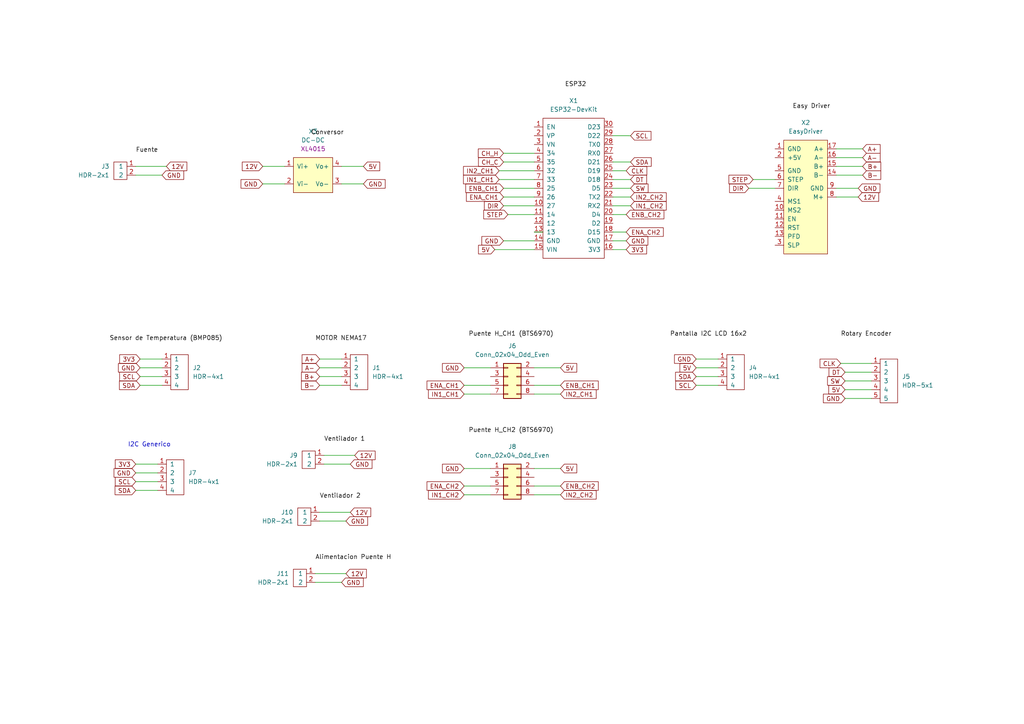
<source format=kicad_sch>
(kicad_sch
	(version 20231120)
	(generator "eeschema")
	(generator_version "8.0")
	(uuid "b844d572-68cb-4934-b2c1-6e579f2c4014")
	(paper "A4")
	(lib_symbols
		(symbol "Connector_Generic:Conn_02x04_Odd_Even"
			(pin_names
				(offset 1.016) hide)
			(exclude_from_sim no)
			(in_bom yes)
			(on_board yes)
			(property "Reference" "J"
				(at 1.27 5.08 0)
				(effects
					(font
						(size 1.27 1.27)
					)
				)
			)
			(property "Value" "Conn_02x04_Odd_Even"
				(at 1.27 -7.62 0)
				(effects
					(font
						(size 1.27 1.27)
					)
				)
			)
			(property "Footprint" ""
				(at 0 0 0)
				(effects
					(font
						(size 1.27 1.27)
					)
					(hide yes)
				)
			)
			(property "Datasheet" "~"
				(at 0 0 0)
				(effects
					(font
						(size 1.27 1.27)
					)
					(hide yes)
				)
			)
			(property "Description" "Generic connector, double row, 02x04, odd/even pin numbering scheme (row 1 odd numbers, row 2 even numbers), script generated (kicad-library-utils/schlib/autogen/connector/)"
				(at 0 0 0)
				(effects
					(font
						(size 1.27 1.27)
					)
					(hide yes)
				)
			)
			(property "ki_keywords" "connector"
				(at 0 0 0)
				(effects
					(font
						(size 1.27 1.27)
					)
					(hide yes)
				)
			)
			(property "ki_fp_filters" "Connector*:*_2x??_*"
				(at 0 0 0)
				(effects
					(font
						(size 1.27 1.27)
					)
					(hide yes)
				)
			)
			(symbol "Conn_02x04_Odd_Even_1_1"
				(rectangle
					(start -1.27 -4.953)
					(end 0 -5.207)
					(stroke
						(width 0.1524)
						(type default)
					)
					(fill
						(type none)
					)
				)
				(rectangle
					(start -1.27 -2.413)
					(end 0 -2.667)
					(stroke
						(width 0.1524)
						(type default)
					)
					(fill
						(type none)
					)
				)
				(rectangle
					(start -1.27 0.127)
					(end 0 -0.127)
					(stroke
						(width 0.1524)
						(type default)
					)
					(fill
						(type none)
					)
				)
				(rectangle
					(start -1.27 2.667)
					(end 0 2.413)
					(stroke
						(width 0.1524)
						(type default)
					)
					(fill
						(type none)
					)
				)
				(rectangle
					(start -1.27 3.81)
					(end 3.81 -6.35)
					(stroke
						(width 0.254)
						(type default)
					)
					(fill
						(type background)
					)
				)
				(rectangle
					(start 3.81 -4.953)
					(end 2.54 -5.207)
					(stroke
						(width 0.1524)
						(type default)
					)
					(fill
						(type none)
					)
				)
				(rectangle
					(start 3.81 -2.413)
					(end 2.54 -2.667)
					(stroke
						(width 0.1524)
						(type default)
					)
					(fill
						(type none)
					)
				)
				(rectangle
					(start 3.81 0.127)
					(end 2.54 -0.127)
					(stroke
						(width 0.1524)
						(type default)
					)
					(fill
						(type none)
					)
				)
				(rectangle
					(start 3.81 2.667)
					(end 2.54 2.413)
					(stroke
						(width 0.1524)
						(type default)
					)
					(fill
						(type none)
					)
				)
				(pin passive line
					(at -5.08 2.54 0)
					(length 3.81)
					(name "Pin_1"
						(effects
							(font
								(size 1.27 1.27)
							)
						)
					)
					(number "1"
						(effects
							(font
								(size 1.27 1.27)
							)
						)
					)
				)
				(pin passive line
					(at 7.62 2.54 180)
					(length 3.81)
					(name "Pin_2"
						(effects
							(font
								(size 1.27 1.27)
							)
						)
					)
					(number "2"
						(effects
							(font
								(size 1.27 1.27)
							)
						)
					)
				)
				(pin passive line
					(at -5.08 0 0)
					(length 3.81)
					(name "Pin_3"
						(effects
							(font
								(size 1.27 1.27)
							)
						)
					)
					(number "3"
						(effects
							(font
								(size 1.27 1.27)
							)
						)
					)
				)
				(pin passive line
					(at 7.62 0 180)
					(length 3.81)
					(name "Pin_4"
						(effects
							(font
								(size 1.27 1.27)
							)
						)
					)
					(number "4"
						(effects
							(font
								(size 1.27 1.27)
							)
						)
					)
				)
				(pin passive line
					(at -5.08 -2.54 0)
					(length 3.81)
					(name "Pin_5"
						(effects
							(font
								(size 1.27 1.27)
							)
						)
					)
					(number "5"
						(effects
							(font
								(size 1.27 1.27)
							)
						)
					)
				)
				(pin passive line
					(at 7.62 -2.54 180)
					(length 3.81)
					(name "Pin_6"
						(effects
							(font
								(size 1.27 1.27)
							)
						)
					)
					(number "6"
						(effects
							(font
								(size 1.27 1.27)
							)
						)
					)
				)
				(pin passive line
					(at -5.08 -5.08 0)
					(length 3.81)
					(name "Pin_7"
						(effects
							(font
								(size 1.27 1.27)
							)
						)
					)
					(number "7"
						(effects
							(font
								(size 1.27 1.27)
							)
						)
					)
				)
				(pin passive line
					(at 7.62 -5.08 180)
					(length 3.81)
					(name "Pin_8"
						(effects
							(font
								(size 1.27 1.27)
							)
						)
					)
					(number "8"
						(effects
							(font
								(size 1.27 1.27)
							)
						)
					)
				)
			)
		)
		(symbol "IoWLabsConnectors:HDR-2x1"
			(pin_names
				(offset 1.016)
			)
			(exclude_from_sim no)
			(in_bom yes)
			(on_board yes)
			(property "Reference" "J"
				(at 1.27 3.81 0)
				(effects
					(font
						(size 1.27 1.27)
					)
				)
			)
			(property "Value" "HDR-2x1"
				(at 3.81 -3.6322 0)
				(effects
					(font
						(size 1.27 1.27)
					)
				)
			)
			(property "Footprint" ""
				(at 1.27 3.81 0)
				(effects
					(font
						(size 1.27 1.27)
					)
					(hide yes)
				)
			)
			(property "Datasheet" ""
				(at 1.27 3.81 0)
				(effects
					(font
						(size 1.27 1.27)
					)
					(hide yes)
				)
			)
			(property "Description" "Generic header terminal 2 pos 1 row"
				(at 0 0 0)
				(effects
					(font
						(size 1.27 1.27)
					)
					(hide yes)
				)
			)
			(property "Supplier" "LCSC"
				(at 2.54 -5.08 0)
				(effects
					(font
						(size 1.27 1.27)
					)
					(hide yes)
				)
			)
			(symbol "HDR-2x1_0_1"
				(rectangle
					(start 0 2.54)
					(end 3.81 -2.54)
					(stroke
						(width 0)
						(type default)
					)
					(fill
						(type none)
					)
				)
			)
			(symbol "HDR-2x1_1_1"
				(pin unspecified line
					(at -2.54 1.27 0)
					(length 2.54)
					(name "1"
						(effects
							(font
								(size 1.27 1.27)
							)
						)
					)
					(number "1"
						(effects
							(font
								(size 1.27 1.27)
							)
						)
					)
				)
				(pin unspecified line
					(at -2.54 -1.27 0)
					(length 2.54)
					(name "2"
						(effects
							(font
								(size 1.27 1.27)
							)
						)
					)
					(number "2"
						(effects
							(font
								(size 1.27 1.27)
							)
						)
					)
				)
			)
		)
		(symbol "IoWLabsConnectors:HDR-4x1"
			(pin_names
				(offset 1.016)
			)
			(exclude_from_sim no)
			(in_bom yes)
			(on_board yes)
			(property "Reference" "J"
				(at 3.81 2.54 0)
				(effects
					(font
						(size 1.27 1.27)
					)
				)
			)
			(property "Value" "HDR-4x1"
				(at 3.81 -10.16 0)
				(effects
					(font
						(size 1.27 1.27)
					)
				)
			)
			(property "Footprint" ""
				(at 3.81 2.54 0)
				(effects
					(font
						(size 1.27 1.27)
					)
					(hide yes)
				)
			)
			(property "Datasheet" ""
				(at 3.81 2.54 0)
				(effects
					(font
						(size 1.27 1.27)
					)
					(hide yes)
				)
			)
			(property "Description" "Generic header terminal 4 pos 1 row"
				(at 0 0 0)
				(effects
					(font
						(size 1.27 1.27)
					)
					(hide yes)
				)
			)
			(property "Supplier" "LCSC"
				(at 0 0 0)
				(effects
					(font
						(size 1.27 1.27)
					)
					(hide yes)
				)
			)
			(symbol "HDR-4x1_0_1"
				(rectangle
					(start 0 1.27)
					(end 5.08 -8.89)
					(stroke
						(width 0)
						(type default)
					)
					(fill
						(type none)
					)
				)
			)
			(symbol "HDR-4x1_1_1"
				(pin unspecified line
					(at -2.54 0 0)
					(length 2.54)
					(name "1"
						(effects
							(font
								(size 1.27 1.27)
							)
						)
					)
					(number "1"
						(effects
							(font
								(size 1.27 1.27)
							)
						)
					)
				)
				(pin unspecified line
					(at -2.54 -2.54 0)
					(length 2.54)
					(name "2"
						(effects
							(font
								(size 1.27 1.27)
							)
						)
					)
					(number "2"
						(effects
							(font
								(size 1.27 1.27)
							)
						)
					)
				)
				(pin unspecified line
					(at -2.54 -5.08 0)
					(length 2.54)
					(name "3"
						(effects
							(font
								(size 1.27 1.27)
							)
						)
					)
					(number "3"
						(effects
							(font
								(size 1.27 1.27)
							)
						)
					)
				)
				(pin unspecified line
					(at -2.54 -7.62 0)
					(length 2.54)
					(name "4"
						(effects
							(font
								(size 1.27 1.27)
							)
						)
					)
					(number "4"
						(effects
							(font
								(size 1.27 1.27)
							)
						)
					)
				)
			)
		)
		(symbol "IoWLabsConnectors:HDR-5x1"
			(pin_names
				(offset 1.016)
			)
			(exclude_from_sim no)
			(in_bom yes)
			(on_board yes)
			(property "Reference" "J"
				(at 1.27 -12.7 0)
				(effects
					(font
						(size 1.27 1.27)
					)
				)
			)
			(property "Value" "HDR-5x1"
				(at 3.81 2.54 0)
				(effects
					(font
						(size 1.27 1.27)
					)
				)
			)
			(property "Footprint" ""
				(at 1.27 -12.7 0)
				(effects
					(font
						(size 1.27 1.27)
					)
					(hide yes)
				)
			)
			(property "Datasheet" ""
				(at 1.27 -12.7 0)
				(effects
					(font
						(size 1.27 1.27)
					)
					(hide yes)
				)
			)
			(property "Description" "Generic header terminal 5 pos 1 row"
				(at 0 0 0)
				(effects
					(font
						(size 1.27 1.27)
					)
					(hide yes)
				)
			)
			(symbol "HDR-5x1_0_1"
				(rectangle
					(start 0 1.27)
					(end 5.08 -11.43)
					(stroke
						(width 0)
						(type default)
					)
					(fill
						(type none)
					)
				)
			)
			(symbol "HDR-5x1_1_1"
				(pin unspecified line
					(at -2.54 0 0)
					(length 2.54)
					(name "1"
						(effects
							(font
								(size 1.27 1.27)
							)
						)
					)
					(number "1"
						(effects
							(font
								(size 1.27 1.27)
							)
						)
					)
				)
				(pin unspecified line
					(at -2.54 -2.54 0)
					(length 2.54)
					(name "2"
						(effects
							(font
								(size 1.27 1.27)
							)
						)
					)
					(number "2"
						(effects
							(font
								(size 1.27 1.27)
							)
						)
					)
				)
				(pin unspecified line
					(at -2.54 -5.08 0)
					(length 2.54)
					(name "3"
						(effects
							(font
								(size 1.27 1.27)
							)
						)
					)
					(number "3"
						(effects
							(font
								(size 1.27 1.27)
							)
						)
					)
				)
				(pin unspecified line
					(at -2.54 -7.62 0)
					(length 2.54)
					(name "4"
						(effects
							(font
								(size 1.27 1.27)
							)
						)
					)
					(number "4"
						(effects
							(font
								(size 1.27 1.27)
							)
						)
					)
				)
				(pin unspecified line
					(at -2.54 -10.16 0)
					(length 2.54)
					(name "5"
						(effects
							(font
								(size 1.27 1.27)
							)
						)
					)
					(number "5"
						(effects
							(font
								(size 1.27 1.27)
							)
						)
					)
				)
			)
		)
		(symbol "IoWLabsModules:DC-DC"
			(pin_names
				(offset 1.016)
			)
			(exclude_from_sim no)
			(in_bom yes)
			(on_board yes)
			(property "Reference" "X"
				(at -3.81 6.35 0)
				(effects
					(font
						(size 1.27 1.27)
					)
				)
			)
			(property "Value" "DC-DC"
				(at 2.54 -6.35 0)
				(effects
					(font
						(size 1.27 1.27)
					)
				)
			)
			(property "Footprint" ""
				(at -3.81 6.35 0)
				(effects
					(font
						(size 1.27 1.27)
					)
					(hide yes)
				)
			)
			(property "Datasheet" ""
				(at -3.81 6.35 0)
				(effects
					(font
						(size 1.27 1.27)
					)
					(hide yes)
				)
			)
			(property "Description" "Generic DC DC converter"
				(at 0 0 0)
				(effects
					(font
						(size 1.27 1.27)
					)
					(hide yes)
				)
			)
			(property "Supplier" "LCSC"
				(at 0 0 0)
				(effects
					(font
						(size 1.27 1.27)
					)
					(hide yes)
				)
			)
			(property "Model" "XL4015"
				(at 2.54 6.35 0)
				(effects
					(font
						(size 1.27 1.27)
					)
				)
			)
			(symbol "DC-DC_0_1"
				(rectangle
					(start -5.08 5.08)
					(end 6.35 -5.08)
					(stroke
						(width 0)
						(type default)
					)
					(fill
						(type background)
					)
				)
			)
			(symbol "DC-DC_1_1"
				(pin unspecified line
					(at -7.62 2.54 0)
					(length 2.54)
					(name "Vi+"
						(effects
							(font
								(size 1.27 1.27)
							)
						)
					)
					(number "1"
						(effects
							(font
								(size 1.27 1.27)
							)
						)
					)
				)
				(pin unspecified line
					(at -7.62 -2.54 0)
					(length 2.54)
					(name "Vi-"
						(effects
							(font
								(size 1.27 1.27)
							)
						)
					)
					(number "2"
						(effects
							(font
								(size 1.27 1.27)
							)
						)
					)
				)
				(pin unspecified line
					(at 8.89 -2.54 180)
					(length 2.54)
					(name "Vo-"
						(effects
							(font
								(size 1.27 1.27)
							)
						)
					)
					(number "3"
						(effects
							(font
								(size 1.27 1.27)
							)
						)
					)
				)
				(pin unspecified line
					(at 8.89 2.54 180)
					(length 2.54)
					(name "Vo+"
						(effects
							(font
								(size 1.27 1.27)
							)
						)
					)
					(number "4"
						(effects
							(font
								(size 1.27 1.27)
							)
						)
					)
				)
			)
		)
		(symbol "IoWLabsModules:ESP32-DevKit"
			(pin_names
				(offset 1.016)
			)
			(exclude_from_sim no)
			(in_bom yes)
			(on_board yes)
			(property "Reference" "X"
				(at -4.4704 1.27 0)
				(effects
					(font
						(size 1.27 1.27)
					)
				)
			)
			(property "Value" "ESP32-DevKit"
				(at 1.27 3.81 0)
				(effects
					(font
						(size 1.27 1.27)
					)
				)
			)
			(property "Footprint" "IoWLabsModules:ESP32_devkit"
				(at -5.08 0 0)
				(effects
					(font
						(size 1.27 1.27)
					)
					(hide yes)
				)
			)
			(property "Datasheet" ""
				(at -5.08 0 0)
				(effects
					(font
						(size 1.27 1.27)
					)
					(hide yes)
				)
			)
			(property "Description" ""
				(at 0 0 0)
				(effects
					(font
						(size 1.27 1.27)
					)
					(hide yes)
				)
			)
			(symbol "ESP32-DevKit_0_0"
				(pin passive line
					(at -11.43 -2.54 0)
					(length 2.54)
					(name "EN"
						(effects
							(font
								(size 1.27 1.27)
							)
						)
					)
					(number "1"
						(effects
							(font
								(size 1.27 1.27)
							)
						)
					)
				)
				(pin passive line
					(at -11.43 -25.4 0)
					(length 2.54)
					(name "27"
						(effects
							(font
								(size 1.27 1.27)
							)
						)
					)
					(number "10"
						(effects
							(font
								(size 1.27 1.27)
							)
						)
					)
				)
				(pin passive line
					(at -11.43 -27.94 0)
					(length 2.54)
					(name "14"
						(effects
							(font
								(size 1.27 1.27)
							)
						)
					)
					(number "11"
						(effects
							(font
								(size 1.27 1.27)
							)
						)
					)
				)
				(pin passive line
					(at -11.43 -30.48 0)
					(length 2.54)
					(name "12"
						(effects
							(font
								(size 1.27 1.27)
							)
						)
					)
					(number "12"
						(effects
							(font
								(size 1.27 1.27)
							)
						)
					)
				)
				(pin passive line
					(at -11.43 -33.02 0)
					(length 2.54)
					(name "13"
						(effects
							(font
								(size 1.27 1.27)
							)
						)
					)
					(number "13"
						(effects
							(font
								(size 1.27 1.27)
							)
						)
					)
				)
				(pin passive line
					(at -11.43 -35.56 0)
					(length 2.54)
					(name "GND"
						(effects
							(font
								(size 1.27 1.27)
							)
						)
					)
					(number "14"
						(effects
							(font
								(size 1.27 1.27)
							)
						)
					)
				)
				(pin passive line
					(at -11.43 -38.1 0)
					(length 2.54)
					(name "VIN"
						(effects
							(font
								(size 1.27 1.27)
							)
						)
					)
					(number "15"
						(effects
							(font
								(size 1.27 1.27)
							)
						)
					)
				)
				(pin passive line
					(at 11.43 -38.1 180)
					(length 2.54)
					(name "3V3"
						(effects
							(font
								(size 1.27 1.27)
							)
						)
					)
					(number "16"
						(effects
							(font
								(size 1.27 1.27)
							)
						)
					)
				)
				(pin passive line
					(at 11.43 -35.56 180)
					(length 2.54)
					(name "GND"
						(effects
							(font
								(size 1.27 1.27)
							)
						)
					)
					(number "17"
						(effects
							(font
								(size 1.27 1.27)
							)
						)
					)
				)
				(pin passive line
					(at 11.43 -33.02 180)
					(length 2.54)
					(name "D15"
						(effects
							(font
								(size 1.27 1.27)
							)
						)
					)
					(number "18"
						(effects
							(font
								(size 1.27 1.27)
							)
						)
					)
				)
				(pin passive line
					(at 11.43 -30.48 180)
					(length 2.54)
					(name "D2"
						(effects
							(font
								(size 1.27 1.27)
							)
						)
					)
					(number "19"
						(effects
							(font
								(size 1.27 1.27)
							)
						)
					)
				)
				(pin passive line
					(at -11.43 -5.08 0)
					(length 2.54)
					(name "VP"
						(effects
							(font
								(size 1.27 1.27)
							)
						)
					)
					(number "2"
						(effects
							(font
								(size 1.27 1.27)
							)
						)
					)
				)
				(pin passive line
					(at 11.43 -27.94 180)
					(length 2.54)
					(name "D4"
						(effects
							(font
								(size 1.27 1.27)
							)
						)
					)
					(number "20"
						(effects
							(font
								(size 1.27 1.27)
							)
						)
					)
				)
				(pin passive line
					(at 11.43 -25.4 180)
					(length 2.54)
					(name "RX2"
						(effects
							(font
								(size 1.27 1.27)
							)
						)
					)
					(number "21"
						(effects
							(font
								(size 1.27 1.27)
							)
						)
					)
				)
				(pin passive line
					(at 11.43 -22.86 180)
					(length 2.54)
					(name "TX2"
						(effects
							(font
								(size 1.27 1.27)
							)
						)
					)
					(number "22"
						(effects
							(font
								(size 1.27 1.27)
							)
						)
					)
				)
				(pin passive line
					(at 11.43 -20.32 180)
					(length 2.54)
					(name "D5"
						(effects
							(font
								(size 1.27 1.27)
							)
						)
					)
					(number "23"
						(effects
							(font
								(size 1.27 1.27)
							)
						)
					)
				)
				(pin passive line
					(at 11.43 -17.78 180)
					(length 2.54)
					(name "D18"
						(effects
							(font
								(size 1.27 1.27)
							)
						)
					)
					(number "24"
						(effects
							(font
								(size 1.27 1.27)
							)
						)
					)
				)
				(pin passive line
					(at 11.43 -15.24 180)
					(length 2.54)
					(name "D19"
						(effects
							(font
								(size 1.27 1.27)
							)
						)
					)
					(number "25"
						(effects
							(font
								(size 1.27 1.27)
							)
						)
					)
				)
				(pin passive line
					(at 11.43 -12.7 180)
					(length 2.54)
					(name "D21"
						(effects
							(font
								(size 1.27 1.27)
							)
						)
					)
					(number "26"
						(effects
							(font
								(size 1.27 1.27)
							)
						)
					)
				)
				(pin passive line
					(at 11.43 -10.16 180)
					(length 2.54)
					(name "RX0"
						(effects
							(font
								(size 1.27 1.27)
							)
						)
					)
					(number "27"
						(effects
							(font
								(size 1.27 1.27)
							)
						)
					)
				)
				(pin passive line
					(at 11.43 -7.62 180)
					(length 2.54)
					(name "TX0"
						(effects
							(font
								(size 1.27 1.27)
							)
						)
					)
					(number "28"
						(effects
							(font
								(size 1.27 1.27)
							)
						)
					)
				)
				(pin passive line
					(at 11.43 -5.08 180)
					(length 2.54)
					(name "D22"
						(effects
							(font
								(size 1.27 1.27)
							)
						)
					)
					(number "29"
						(effects
							(font
								(size 1.27 1.27)
							)
						)
					)
				)
				(pin passive line
					(at -11.43 -7.62 0)
					(length 2.54)
					(name "VN"
						(effects
							(font
								(size 1.27 1.27)
							)
						)
					)
					(number "3"
						(effects
							(font
								(size 1.27 1.27)
							)
						)
					)
				)
				(pin passive line
					(at 11.43 -2.54 180)
					(length 2.54)
					(name "D23"
						(effects
							(font
								(size 1.27 1.27)
							)
						)
					)
					(number "30"
						(effects
							(font
								(size 1.27 1.27)
							)
						)
					)
				)
				(pin passive line
					(at -11.43 -10.16 0)
					(length 2.54)
					(name "34"
						(effects
							(font
								(size 1.27 1.27)
							)
						)
					)
					(number "4"
						(effects
							(font
								(size 1.27 1.27)
							)
						)
					)
				)
				(pin passive line
					(at -11.43 -12.7 0)
					(length 2.54)
					(name "35"
						(effects
							(font
								(size 1.27 1.27)
							)
						)
					)
					(number "5"
						(effects
							(font
								(size 1.27 1.27)
							)
						)
					)
				)
				(pin passive line
					(at -11.43 -15.24 0)
					(length 2.54)
					(name "32"
						(effects
							(font
								(size 1.27 1.27)
							)
						)
					)
					(number "6"
						(effects
							(font
								(size 1.27 1.27)
							)
						)
					)
				)
				(pin passive line
					(at -11.43 -17.78 0)
					(length 2.54)
					(name "33"
						(effects
							(font
								(size 1.27 1.27)
							)
						)
					)
					(number "7"
						(effects
							(font
								(size 1.27 1.27)
							)
						)
					)
				)
				(pin passive line
					(at -11.43 -20.32 0)
					(length 2.54)
					(name "25"
						(effects
							(font
								(size 1.27 1.27)
							)
						)
					)
					(number "8"
						(effects
							(font
								(size 1.27 1.27)
							)
						)
					)
				)
				(pin passive line
					(at -11.43 -22.86 0)
					(length 2.54)
					(name "26"
						(effects
							(font
								(size 1.27 1.27)
							)
						)
					)
					(number "9"
						(effects
							(font
								(size 1.27 1.27)
							)
						)
					)
				)
			)
			(symbol "ESP32-DevKit_0_1"
				(rectangle
					(start -8.89 0)
					(end 8.89 -40.64)
					(stroke
						(width 0)
						(type default)
					)
					(fill
						(type none)
					)
				)
			)
		)
		(symbol "IoWLabsModules:EasyDriver"
			(pin_names
				(offset 1.016)
			)
			(exclude_from_sim no)
			(in_bom yes)
			(on_board yes)
			(property "Reference" "X"
				(at -5.08 1.27 0)
				(effects
					(font
						(size 1.27 1.27)
					)
				)
			)
			(property "Value" "EasyDriver"
				(at -1.27 3.81 0)
				(effects
					(font
						(size 1.27 1.27)
					)
				)
			)
			(property "Footprint" "IoWLabsModules:EasyDriver"
				(at -5.08 1.27 0)
				(effects
					(font
						(size 1.27 1.27)
					)
					(hide yes)
				)
			)
			(property "Datasheet" ""
				(at -5.08 1.27 0)
				(effects
					(font
						(size 1.27 1.27)
					)
					(hide yes)
				)
			)
			(property "Description" "700mA Stepper motor driver"
				(at 0 0 0)
				(effects
					(font
						(size 1.27 1.27)
					)
					(hide yes)
				)
			)
			(symbol "EasyDriver_0_1"
				(rectangle
					(start -6.35 0)
					(end 6.35 -33.02)
					(stroke
						(width 0)
						(type default)
					)
					(fill
						(type background)
					)
				)
			)
			(symbol "EasyDriver_1_1"
				(pin input line
					(at -8.89 -2.54 0)
					(length 2.54)
					(name "GND"
						(effects
							(font
								(size 1.27 1.27)
							)
						)
					)
					(number "1"
						(effects
							(font
								(size 1.27 1.27)
							)
						)
					)
				)
				(pin input line
					(at -8.89 -20.32 0)
					(length 2.54)
					(name "MS2"
						(effects
							(font
								(size 1.27 1.27)
							)
						)
					)
					(number "10"
						(effects
							(font
								(size 1.27 1.27)
							)
						)
					)
				)
				(pin input line
					(at -8.89 -22.86 0)
					(length 2.54)
					(name "EN"
						(effects
							(font
								(size 1.27 1.27)
							)
						)
					)
					(number "11"
						(effects
							(font
								(size 1.27 1.27)
							)
						)
					)
				)
				(pin input line
					(at -8.89 -25.4 0)
					(length 2.54)
					(name "RST"
						(effects
							(font
								(size 1.27 1.27)
							)
						)
					)
					(number "12"
						(effects
							(font
								(size 1.27 1.27)
							)
						)
					)
				)
				(pin input line
					(at -8.89 -27.94 0)
					(length 2.54)
					(name "PFD"
						(effects
							(font
								(size 1.27 1.27)
							)
						)
					)
					(number "13"
						(effects
							(font
								(size 1.27 1.27)
							)
						)
					)
				)
				(pin input line
					(at 8.89 -10.16 180)
					(length 2.54)
					(name "B-"
						(effects
							(font
								(size 1.27 1.27)
							)
						)
					)
					(number "14"
						(effects
							(font
								(size 1.27 1.27)
							)
						)
					)
				)
				(pin input line
					(at 8.89 -7.62 180)
					(length 2.54)
					(name "B+"
						(effects
							(font
								(size 1.27 1.27)
							)
						)
					)
					(number "15"
						(effects
							(font
								(size 1.27 1.27)
							)
						)
					)
				)
				(pin input line
					(at 8.89 -5.08 180)
					(length 2.54)
					(name "A-"
						(effects
							(font
								(size 1.27 1.27)
							)
						)
					)
					(number "16"
						(effects
							(font
								(size 1.27 1.27)
							)
						)
					)
				)
				(pin input line
					(at 8.89 -2.54 180)
					(length 2.54)
					(name "A+"
						(effects
							(font
								(size 1.27 1.27)
							)
						)
					)
					(number "17"
						(effects
							(font
								(size 1.27 1.27)
							)
						)
					)
				)
				(pin input line
					(at -8.89 -5.08 0)
					(length 2.54)
					(name "+5V"
						(effects
							(font
								(size 1.27 1.27)
							)
						)
					)
					(number "2"
						(effects
							(font
								(size 1.27 1.27)
							)
						)
					)
				)
				(pin input line
					(at -8.89 -30.48 0)
					(length 2.54)
					(name "SLP"
						(effects
							(font
								(size 1.27 1.27)
							)
						)
					)
					(number "3"
						(effects
							(font
								(size 1.27 1.27)
							)
						)
					)
				)
				(pin input line
					(at -8.89 -17.78 0)
					(length 2.54)
					(name "MS1"
						(effects
							(font
								(size 1.27 1.27)
							)
						)
					)
					(number "4"
						(effects
							(font
								(size 1.27 1.27)
							)
						)
					)
				)
				(pin input line
					(at -8.89 -8.89 0)
					(length 2.54)
					(name "GND"
						(effects
							(font
								(size 1.27 1.27)
							)
						)
					)
					(number "5"
						(effects
							(font
								(size 1.27 1.27)
							)
						)
					)
				)
				(pin input line
					(at -8.89 -11.43 0)
					(length 2.54)
					(name "STEP"
						(effects
							(font
								(size 1.27 1.27)
							)
						)
					)
					(number "6"
						(effects
							(font
								(size 1.27 1.27)
							)
						)
					)
				)
				(pin input line
					(at -8.89 -13.97 0)
					(length 2.54)
					(name "DIR"
						(effects
							(font
								(size 1.27 1.27)
							)
						)
					)
					(number "7"
						(effects
							(font
								(size 1.27 1.27)
							)
						)
					)
				)
				(pin input line
					(at 8.89 -16.51 180)
					(length 2.54)
					(name "M+"
						(effects
							(font
								(size 1.27 1.27)
							)
						)
					)
					(number "8"
						(effects
							(font
								(size 1.27 1.27)
							)
						)
					)
				)
				(pin input line
					(at 8.89 -13.97 180)
					(length 2.54)
					(name "GND"
						(effects
							(font
								(size 1.27 1.27)
							)
						)
					)
					(number "9"
						(effects
							(font
								(size 1.27 1.27)
							)
						)
					)
				)
			)
		)
	)
	(wire
		(pts
			(xy 177.8 69.85) (xy 181.61 69.85)
		)
		(stroke
			(width 0)
			(type default)
		)
		(uuid "042ba45e-0358-44d8-9dd7-a88006a93543")
	)
	(wire
		(pts
			(xy 157.48 67.31) (xy 154.94 67.31)
		)
		(stroke
			(width 0)
			(type default)
		)
		(uuid "04438d5e-53e5-438f-bf08-30eac45a840b")
	)
	(wire
		(pts
			(xy 92.71 106.68) (xy 99.06 106.68)
		)
		(stroke
			(width 0)
			(type default)
		)
		(uuid "0607e1b9-f97a-44c3-ba2e-963b6ede9125")
	)
	(wire
		(pts
			(xy 92.71 104.14) (xy 99.06 104.14)
		)
		(stroke
			(width 0)
			(type default)
		)
		(uuid "085a8998-e5ff-4870-8b66-cadfdd763901")
	)
	(wire
		(pts
			(xy 177.8 39.37) (xy 182.88 39.37)
		)
		(stroke
			(width 0)
			(type default)
		)
		(uuid "09caa061-a6ad-4df5-9cf1-d1b4164b4666")
	)
	(wire
		(pts
			(xy 39.37 142.24) (xy 45.72 142.24)
		)
		(stroke
			(width 0)
			(type default)
		)
		(uuid "0d6bfe15-0ba9-4801-9f56-653cb79143c5")
	)
	(wire
		(pts
			(xy 146.05 46.99) (xy 154.94 46.99)
		)
		(stroke
			(width 0)
			(type default)
		)
		(uuid "14b5b3af-f889-43d3-a56c-b88f0cca5bff")
	)
	(wire
		(pts
			(xy 91.44 166.37) (xy 100.33 166.37)
		)
		(stroke
			(width 0)
			(type default)
		)
		(uuid "1591d30a-8d49-4981-a475-115773972d9e")
	)
	(wire
		(pts
			(xy 105.41 53.34) (xy 99.06 53.34)
		)
		(stroke
			(width 0)
			(type default)
		)
		(uuid "178a2cae-051b-495f-8a85-5e63283ae989")
	)
	(wire
		(pts
			(xy 162.56 135.89) (xy 154.94 135.89)
		)
		(stroke
			(width 0)
			(type default)
		)
		(uuid "1ae658e0-54f3-4790-927e-0c79f669266d")
	)
	(wire
		(pts
			(xy 218.44 52.07) (xy 224.79 52.07)
		)
		(stroke
			(width 0)
			(type default)
		)
		(uuid "1b49c6b4-9f0c-413f-b456-1ca9673954e0")
	)
	(wire
		(pts
			(xy 162.56 140.97) (xy 154.94 140.97)
		)
		(stroke
			(width 0)
			(type default)
		)
		(uuid "28d6ba0e-bdcf-460c-9b74-c73ffac8def3")
	)
	(wire
		(pts
			(xy 245.11 107.95) (xy 252.73 107.95)
		)
		(stroke
			(width 0)
			(type default)
		)
		(uuid "2cd96a90-c39c-43a1-8cd1-338e92153221")
	)
	(wire
		(pts
			(xy 177.8 59.69) (xy 182.88 59.69)
		)
		(stroke
			(width 0)
			(type default)
		)
		(uuid "32a13e50-2dd4-4641-8ccf-55038feb025a")
	)
	(wire
		(pts
			(xy 40.64 106.68) (xy 46.99 106.68)
		)
		(stroke
			(width 0)
			(type default)
		)
		(uuid "372f67e6-1105-4da9-a0d3-a00e7fc08859")
	)
	(wire
		(pts
			(xy 162.56 111.76) (xy 154.94 111.76)
		)
		(stroke
			(width 0)
			(type default)
		)
		(uuid "3c79d876-04f3-45b3-a185-f23b25330acc")
	)
	(wire
		(pts
			(xy 242.57 50.8) (xy 250.19 50.8)
		)
		(stroke
			(width 0)
			(type default)
		)
		(uuid "400398fa-31f6-429d-80f4-da9844077ee7")
	)
	(wire
		(pts
			(xy 177.8 62.23) (xy 181.61 62.23)
		)
		(stroke
			(width 0)
			(type default)
		)
		(uuid "433c7623-9003-4ec4-b6f7-bd4233723e7f")
	)
	(wire
		(pts
			(xy 146.05 59.69) (xy 154.94 59.69)
		)
		(stroke
			(width 0)
			(type default)
		)
		(uuid "49cb9dbb-b3c7-4bc8-995e-4296a4316e75")
	)
	(wire
		(pts
			(xy 162.56 143.51) (xy 154.94 143.51)
		)
		(stroke
			(width 0)
			(type default)
		)
		(uuid "4af98bd7-e50a-407e-aaf7-743705345abc")
	)
	(wire
		(pts
			(xy 134.62 106.68) (xy 142.24 106.68)
		)
		(stroke
			(width 0)
			(type default)
		)
		(uuid "508e6463-9b33-4b43-884a-bff82f5cb85d")
	)
	(wire
		(pts
			(xy 146.05 69.85) (xy 154.94 69.85)
		)
		(stroke
			(width 0)
			(type default)
		)
		(uuid "52e597cd-5679-4158-96e9-71f72f06cf2f")
	)
	(wire
		(pts
			(xy 39.37 137.16) (xy 45.72 137.16)
		)
		(stroke
			(width 0)
			(type default)
		)
		(uuid "5369ffd4-2963-4817-b5a0-c05ecfdc51dd")
	)
	(wire
		(pts
			(xy 143.51 72.39) (xy 154.94 72.39)
		)
		(stroke
			(width 0)
			(type default)
		)
		(uuid "5fb896ad-e72e-4a2c-80fb-648ed3d67d29")
	)
	(wire
		(pts
			(xy 40.64 111.76) (xy 46.99 111.76)
		)
		(stroke
			(width 0)
			(type default)
		)
		(uuid "5ff0581c-fc8f-40e7-a711-6a2d76d61934")
	)
	(wire
		(pts
			(xy 201.93 109.22) (xy 208.28 109.22)
		)
		(stroke
			(width 0)
			(type default)
		)
		(uuid "64c7f7e8-fc70-4e02-b039-a3afaab0df67")
	)
	(wire
		(pts
			(xy 39.37 134.62) (xy 45.72 134.62)
		)
		(stroke
			(width 0)
			(type default)
		)
		(uuid "651b6a2c-4799-448f-a5bb-f1f459fbaa25")
	)
	(wire
		(pts
			(xy 134.62 111.76) (xy 142.24 111.76)
		)
		(stroke
			(width 0)
			(type default)
		)
		(uuid "680ecc23-249e-4467-8195-b64d607f1853")
	)
	(wire
		(pts
			(xy 177.8 72.39) (xy 181.61 72.39)
		)
		(stroke
			(width 0)
			(type default)
		)
		(uuid "69fca3e4-bc95-470e-b853-e70387422544")
	)
	(wire
		(pts
			(xy 92.71 151.13) (xy 100.33 151.13)
		)
		(stroke
			(width 0)
			(type default)
		)
		(uuid "6c321704-89ff-4c75-8240-bf36d1e13336")
	)
	(wire
		(pts
			(xy 201.93 106.68) (xy 208.28 106.68)
		)
		(stroke
			(width 0)
			(type default)
		)
		(uuid "749f3dd7-7085-460f-ac1a-9478301e79d2")
	)
	(wire
		(pts
			(xy 177.8 49.53) (xy 181.61 49.53)
		)
		(stroke
			(width 0)
			(type default)
		)
		(uuid "78cd2289-d263-4408-9cfc-c624fa5ae9a2")
	)
	(wire
		(pts
			(xy 243.84 105.41) (xy 252.73 105.41)
		)
		(stroke
			(width 0)
			(type default)
		)
		(uuid "7c14d93a-daae-46af-b429-f9101a184030")
	)
	(wire
		(pts
			(xy 245.11 113.03) (xy 252.73 113.03)
		)
		(stroke
			(width 0)
			(type default)
		)
		(uuid "7d14c82c-90fd-41aa-8b95-10b4b08c4bb8")
	)
	(wire
		(pts
			(xy 177.8 57.15) (xy 182.88 57.15)
		)
		(stroke
			(width 0)
			(type default)
		)
		(uuid "7dbd4033-d39e-4268-91d9-6e4711e65950")
	)
	(wire
		(pts
			(xy 242.57 48.26) (xy 250.19 48.26)
		)
		(stroke
			(width 0)
			(type default)
		)
		(uuid "83f9b1ad-37d3-41ec-b02a-1950bcb602a1")
	)
	(wire
		(pts
			(xy 242.57 43.18) (xy 250.19 43.18)
		)
		(stroke
			(width 0)
			(type default)
		)
		(uuid "859c65cb-4a76-40cb-b6bb-9d0d77396c62")
	)
	(wire
		(pts
			(xy 242.57 45.72) (xy 250.19 45.72)
		)
		(stroke
			(width 0)
			(type default)
		)
		(uuid "8a0f79bb-8131-47d5-b65b-cbd8a3596ccc")
	)
	(wire
		(pts
			(xy 134.62 140.97) (xy 142.24 140.97)
		)
		(stroke
			(width 0)
			(type default)
		)
		(uuid "8c791ac9-67b3-48ac-95d8-2a12732d0595")
	)
	(wire
		(pts
			(xy 245.11 115.57) (xy 252.73 115.57)
		)
		(stroke
			(width 0)
			(type default)
		)
		(uuid "907bbea9-c8b4-404a-b7ef-f9c7ca350548")
	)
	(wire
		(pts
			(xy 76.2 53.34) (xy 82.55 53.34)
		)
		(stroke
			(width 0)
			(type default)
		)
		(uuid "91f79b79-a15c-4561-8c27-829d5c5a27e8")
	)
	(wire
		(pts
			(xy 201.93 104.14) (xy 208.28 104.14)
		)
		(stroke
			(width 0)
			(type default)
		)
		(uuid "9531db75-7b5b-4e3f-aa98-32f939653038")
	)
	(wire
		(pts
			(xy 147.32 62.23) (xy 154.94 62.23)
		)
		(stroke
			(width 0)
			(type default)
		)
		(uuid "9b079a7f-12f7-450b-88cb-48404d9fcc90")
	)
	(wire
		(pts
			(xy 134.62 114.3) (xy 142.24 114.3)
		)
		(stroke
			(width 0)
			(type default)
		)
		(uuid "9d8ff1e3-2165-489b-8408-858e6a78f55b")
	)
	(wire
		(pts
			(xy 242.57 54.61) (xy 248.92 54.61)
		)
		(stroke
			(width 0)
			(type default)
		)
		(uuid "af4baad8-3928-4291-9d03-b388a1e86ba8")
	)
	(wire
		(pts
			(xy 92.71 111.76) (xy 99.06 111.76)
		)
		(stroke
			(width 0)
			(type default)
		)
		(uuid "afd53395-f1a7-4ae7-bad2-299059d4e309")
	)
	(wire
		(pts
			(xy 92.71 109.22) (xy 99.06 109.22)
		)
		(stroke
			(width 0)
			(type default)
		)
		(uuid "b7947030-3557-4fed-bfcb-d32615d84820")
	)
	(wire
		(pts
			(xy 134.62 135.89) (xy 142.24 135.89)
		)
		(stroke
			(width 0)
			(type default)
		)
		(uuid "baf9378e-041b-4922-ae8d-c0388d542f6a")
	)
	(wire
		(pts
			(xy 134.62 143.51) (xy 142.24 143.51)
		)
		(stroke
			(width 0)
			(type default)
		)
		(uuid "bd494054-4992-4d83-a0e0-c01d58f7c1d0")
	)
	(wire
		(pts
			(xy 201.93 111.76) (xy 208.28 111.76)
		)
		(stroke
			(width 0)
			(type default)
		)
		(uuid "bebdfa1d-ceae-429b-986a-f60397343c0e")
	)
	(wire
		(pts
			(xy 91.44 168.91) (xy 99.06 168.91)
		)
		(stroke
			(width 0)
			(type default)
		)
		(uuid "c1862cd9-71a6-4bad-b298-6901889f10ce")
	)
	(wire
		(pts
			(xy 144.78 49.53) (xy 154.94 49.53)
		)
		(stroke
			(width 0)
			(type default)
		)
		(uuid "c505df13-ec6a-42e7-9688-e3e24a75e25c")
	)
	(wire
		(pts
			(xy 146.05 44.45) (xy 154.94 44.45)
		)
		(stroke
			(width 0)
			(type default)
		)
		(uuid "c5167670-035f-4d0b-9375-981e23ecf95a")
	)
	(wire
		(pts
			(xy 162.56 106.68) (xy 154.94 106.68)
		)
		(stroke
			(width 0)
			(type default)
		)
		(uuid "c8dd4042-20e1-44c2-892a-878f5c3b9aaf")
	)
	(wire
		(pts
			(xy 146.05 54.61) (xy 154.94 54.61)
		)
		(stroke
			(width 0)
			(type default)
		)
		(uuid "cd185a01-2b7c-4a72-a6b1-02657318e07c")
	)
	(wire
		(pts
			(xy 99.06 48.26) (xy 105.41 48.26)
		)
		(stroke
			(width 0)
			(type default)
		)
		(uuid "cd6b356c-e522-4653-b9b7-f081c5e04478")
	)
	(wire
		(pts
			(xy 177.8 52.07) (xy 182.88 52.07)
		)
		(stroke
			(width 0)
			(type default)
		)
		(uuid "cf4bf35d-f438-42cf-8f28-133167ef4537")
	)
	(wire
		(pts
			(xy 92.71 148.59) (xy 101.6 148.59)
		)
		(stroke
			(width 0)
			(type default)
		)
		(uuid "d191d9ff-8224-424f-b049-083656d9fa16")
	)
	(wire
		(pts
			(xy 93.98 134.62) (xy 101.6 134.62)
		)
		(stroke
			(width 0)
			(type default)
		)
		(uuid "d73d87d7-aa31-4744-9d96-71912f3073be")
	)
	(wire
		(pts
			(xy 39.37 139.7) (xy 45.72 139.7)
		)
		(stroke
			(width 0)
			(type default)
		)
		(uuid "d7fc423c-ac42-408e-a59d-741dbb06c58e")
	)
	(wire
		(pts
			(xy 245.11 110.49) (xy 252.73 110.49)
		)
		(stroke
			(width 0)
			(type default)
		)
		(uuid "d9f7d08f-8193-4249-8b18-9ad959eab5aa")
	)
	(wire
		(pts
			(xy 40.64 104.14) (xy 46.99 104.14)
		)
		(stroke
			(width 0)
			(type default)
		)
		(uuid "da8331ee-bed8-4501-b67c-5ca968ec82f4")
	)
	(wire
		(pts
			(xy 144.78 52.07) (xy 154.94 52.07)
		)
		(stroke
			(width 0)
			(type default)
		)
		(uuid "db584be5-5d32-4c4d-a3a8-8413e3280a57")
	)
	(wire
		(pts
			(xy 177.8 46.99) (xy 182.88 46.99)
		)
		(stroke
			(width 0)
			(type default)
		)
		(uuid "e315b4ee-aff0-4c4d-b2ad-793beb58705d")
	)
	(wire
		(pts
			(xy 76.2 48.26) (xy 82.55 48.26)
		)
		(stroke
			(width 0)
			(type default)
		)
		(uuid "e62ab8f1-14e8-4fd5-9071-9fe41a1f386a")
	)
	(wire
		(pts
			(xy 39.37 48.26) (xy 48.26 48.26)
		)
		(stroke
			(width 0)
			(type default)
		)
		(uuid "e7e4e620-074b-4457-9f53-bf4c96c025ae")
	)
	(wire
		(pts
			(xy 242.57 57.15) (xy 248.92 57.15)
		)
		(stroke
			(width 0)
			(type default)
		)
		(uuid "ed82e031-4d06-45cf-97b8-d43fd3368039")
	)
	(wire
		(pts
			(xy 177.8 67.31) (xy 181.61 67.31)
		)
		(stroke
			(width 0)
			(type default)
		)
		(uuid "eeddd8b7-f712-4c38-a099-cf5422fa5000")
	)
	(wire
		(pts
			(xy 177.8 54.61) (xy 182.88 54.61)
		)
		(stroke
			(width 0)
			(type default)
		)
		(uuid "f091de0c-5cd4-4327-abb6-d8a12b272061")
	)
	(wire
		(pts
			(xy 217.17 54.61) (xy 224.79 54.61)
		)
		(stroke
			(width 0)
			(type default)
		)
		(uuid "f183bf5e-d15d-4378-8808-409ade98137e")
	)
	(wire
		(pts
			(xy 146.05 57.15) (xy 154.94 57.15)
		)
		(stroke
			(width 0)
			(type default)
		)
		(uuid "f1befc65-d078-4d2e-b1ad-c856e165f814")
	)
	(wire
		(pts
			(xy 39.37 50.8) (xy 46.99 50.8)
		)
		(stroke
			(width 0)
			(type default)
		)
		(uuid "f1d41187-9fb6-4430-91e2-70212f5c74e8")
	)
	(wire
		(pts
			(xy 162.56 114.3) (xy 154.94 114.3)
		)
		(stroke
			(width 0)
			(type default)
		)
		(uuid "f5448f14-93e5-4c39-b79a-9af4c223efcf")
	)
	(wire
		(pts
			(xy 93.98 132.08) (xy 102.87 132.08)
		)
		(stroke
			(width 0)
			(type default)
		)
		(uuid "f6185170-495e-4c7a-90a1-c5a51fc2f031")
	)
	(wire
		(pts
			(xy 40.64 109.22) (xy 46.99 109.22)
		)
		(stroke
			(width 0)
			(type default)
		)
		(uuid "fda94c36-62d1-4ea2-a624-24a9807edbad")
	)
	(text "I2C Generico\n"
		(exclude_from_sim no)
		(at 37.084 129.794 0)
		(effects
			(font
				(size 1.27 1.27)
			)
			(justify left bottom)
		)
		(uuid "0bf63e42-91c8-4f66-aa6d-65deeb7a7e0d")
	)
	(label "Easy Driver"
		(at 229.87 31.75 0)
		(fields_autoplaced yes)
		(effects
			(font
				(size 1.27 1.27)
			)
			(justify left bottom)
		)
		(uuid "0cbbd6ee-ce2a-42e9-9541-66020855dec5")
	)
	(label "Sensor de Temperatura (BMP085)"
		(at 31.75 99.06 0)
		(fields_autoplaced yes)
		(effects
			(font
				(size 1.27 1.27)
			)
			(justify left bottom)
		)
		(uuid "189540b5-4da1-4e0f-8ce3-525d234d3551")
	)
	(label "ESP32"
		(at 163.83 25.4 0)
		(fields_autoplaced yes)
		(effects
			(font
				(size 1.27 1.27)
			)
			(justify left bottom)
		)
		(uuid "1911fe78-080e-4044-b9b5-2a6bb30fc63c")
	)
	(label "Puente H_CH2 (BTS6970)"
		(at 135.89 125.73 0)
		(fields_autoplaced yes)
		(effects
			(font
				(size 1.27 1.27)
			)
			(justify left bottom)
		)
		(uuid "3fb6fe3e-dd9d-4109-ad1e-7d37b1b58114")
	)
	(label "Puente H_CH1 (BTS6970)"
		(at 135.89 97.79 0)
		(fields_autoplaced yes)
		(effects
			(font
				(size 1.27 1.27)
			)
			(justify left bottom)
		)
		(uuid "4cdc09c6-306c-455a-aec0-6745317a89b6")
	)
	(label "Alimentacion Puente H"
		(at 91.44 162.56 0)
		(fields_autoplaced yes)
		(effects
			(font
				(size 1.27 1.27)
			)
			(justify left bottom)
		)
		(uuid "567b18fd-42b8-4645-a3c1-28c474868dba")
	)
	(label "Pantalla I2C LCD 16x2"
		(at 194.31 97.79 0)
		(fields_autoplaced yes)
		(effects
			(font
				(size 1.27 1.27)
			)
			(justify left bottom)
		)
		(uuid "5d1424a2-6fab-4e7d-aa7c-8e20338c5331")
	)
	(label "Fuente"
		(at 39.37 44.45 0)
		(fields_autoplaced yes)
		(effects
			(font
				(size 1.27 1.27)
			)
			(justify left bottom)
		)
		(uuid "86f8411c-ca0d-47c8-bd8d-f70ee4328537")
	)
	(label "Rotary Encoder"
		(at 243.84 97.79 0)
		(fields_autoplaced yes)
		(effects
			(font
				(size 1.27 1.27)
			)
			(justify left bottom)
		)
		(uuid "ad6da67a-1c29-4882-ac88-6bce72abe3e9")
	)
	(label "Ventilador 2"
		(at 92.71 144.78 0)
		(fields_autoplaced yes)
		(effects
			(font
				(size 1.27 1.27)
			)
			(justify left bottom)
		)
		(uuid "bdf6b2bb-7f54-4870-bedc-8688860c68c2")
	)
	(label "Conversor"
		(at 90.17 39.37 0)
		(fields_autoplaced yes)
		(effects
			(font
				(size 1.27 1.27)
			)
			(justify left bottom)
		)
		(uuid "bef7c505-2f8b-4a04-a2f6-ea4088eb758d")
	)
	(label "MOTOR NEMA17"
		(at 91.44 99.06 0)
		(fields_autoplaced yes)
		(effects
			(font
				(size 1.27 1.27)
			)
			(justify left bottom)
		)
		(uuid "d43e8ffb-2733-43d7-a58b-af38923f6140")
	)
	(label "Ventilador 1"
		(at 93.98 128.27 0)
		(fields_autoplaced yes)
		(effects
			(font
				(size 1.27 1.27)
			)
			(justify left bottom)
		)
		(uuid "dd1b8d7c-8456-4d46-a3dd-e05ce989e930")
	)
	(global_label "A-"
		(shape input)
		(at 250.19 45.72 0)
		(fields_autoplaced yes)
		(effects
			(font
				(size 1.27 1.27)
			)
			(justify left)
		)
		(uuid "0206af0f-e285-4ce0-b8af-70d90789f042")
		(property "Intersheetrefs" "${INTERSHEET_REFS}"
			(at 255.8362 45.72 0)
			(effects
				(font
					(size 1.27 1.27)
				)
				(justify left)
				(hide yes)
			)
		)
	)
	(global_label "5V"
		(shape input)
		(at 162.56 106.68 0)
		(fields_autoplaced yes)
		(effects
			(font
				(size 1.27 1.27)
			)
			(justify left)
		)
		(uuid "0371d7e2-827b-4220-acf3-cf2713d963c5")
		(property "Intersheetrefs" "${INTERSHEET_REFS}"
			(at 167.8433 106.68 0)
			(effects
				(font
					(size 1.27 1.27)
				)
				(justify left)
				(hide yes)
			)
		)
	)
	(global_label "GND"
		(shape input)
		(at 100.33 151.13 0)
		(fields_autoplaced yes)
		(effects
			(font
				(size 1.27 1.27)
			)
			(justify left)
		)
		(uuid "08d9e306-5286-4d2d-8e98-70192a96f26d")
		(property "Intersheetrefs" "${INTERSHEET_REFS}"
			(at 107.1857 151.13 0)
			(effects
				(font
					(size 1.27 1.27)
				)
				(justify left)
				(hide yes)
			)
		)
	)
	(global_label "SDA"
		(shape input)
		(at 39.37 142.24 180)
		(fields_autoplaced yes)
		(effects
			(font
				(size 1.27 1.27)
			)
			(justify right)
		)
		(uuid "0d3cf01f-f92a-4370-a05e-5bbdb0c5874a")
		(property "Intersheetrefs" "${INTERSHEET_REFS}"
			(at 32.8167 142.24 0)
			(effects
				(font
					(size 1.27 1.27)
				)
				(justify right)
				(hide yes)
			)
		)
	)
	(global_label "SCL"
		(shape input)
		(at 40.64 109.22 180)
		(fields_autoplaced yes)
		(effects
			(font
				(size 1.27 1.27)
			)
			(justify right)
		)
		(uuid "136ce06c-27d8-4e8e-826c-2e094c12eb94")
		(property "Intersheetrefs" "${INTERSHEET_REFS}"
			(at 34.1472 109.22 0)
			(effects
				(font
					(size 1.27 1.27)
				)
				(justify right)
				(hide yes)
			)
		)
	)
	(global_label "IN1_CH1"
		(shape input)
		(at 144.78 52.07 180)
		(fields_autoplaced yes)
		(effects
			(font
				(size 1.27 1.27)
			)
			(justify right)
		)
		(uuid "160613dc-4db6-4422-988a-23ece1d542cf")
		(property "Intersheetrefs" "${INTERSHEET_REFS}"
			(at 133.8724 52.07 0)
			(effects
				(font
					(size 1.27 1.27)
				)
				(justify right)
				(hide yes)
			)
		)
	)
	(global_label "5V"
		(shape input)
		(at 143.51 72.39 180)
		(fields_autoplaced yes)
		(effects
			(font
				(size 1.27 1.27)
			)
			(justify right)
		)
		(uuid "1680bc8d-eb64-4aa3-8feb-a5e948d76a91")
		(property "Intersheetrefs" "${INTERSHEET_REFS}"
			(at 138.2267 72.39 0)
			(effects
				(font
					(size 1.27 1.27)
				)
				(justify right)
				(hide yes)
			)
		)
	)
	(global_label "DIR"
		(shape input)
		(at 217.17 54.61 180)
		(fields_autoplaced yes)
		(effects
			(font
				(size 1.27 1.27)
			)
			(justify right)
		)
		(uuid "17a19e61-813e-4c3e-b0ca-c0011a8c92f0")
		(property "Intersheetrefs" "${INTERSHEET_REFS}"
			(at 211.04 54.61 0)
			(effects
				(font
					(size 1.27 1.27)
				)
				(justify right)
				(hide yes)
			)
		)
	)
	(global_label "GND"
		(shape input)
		(at 99.06 168.91 0)
		(fields_autoplaced yes)
		(effects
			(font
				(size 1.27 1.27)
			)
			(justify left)
		)
		(uuid "17e44b58-7eff-4203-8487-c6c8eea1de51")
		(property "Intersheetrefs" "${INTERSHEET_REFS}"
			(at 105.9157 168.91 0)
			(effects
				(font
					(size 1.27 1.27)
				)
				(justify left)
				(hide yes)
			)
		)
	)
	(global_label "ENB_CH1"
		(shape input)
		(at 146.05 54.61 180)
		(fields_autoplaced yes)
		(effects
			(font
				(size 1.27 1.27)
			)
			(justify right)
		)
		(uuid "19702b17-f5b6-4714-b9b1-89876a554aa4")
		(property "Intersheetrefs" "${INTERSHEET_REFS}"
			(at 134.5377 54.61 0)
			(effects
				(font
					(size 1.27 1.27)
				)
				(justify right)
				(hide yes)
			)
		)
	)
	(global_label "A+"
		(shape input)
		(at 92.71 104.14 180)
		(fields_autoplaced yes)
		(effects
			(font
				(size 1.27 1.27)
			)
			(justify right)
		)
		(uuid "1c814903-7e0a-45f8-9cb7-05913638ea48")
		(property "Intersheetrefs" "${INTERSHEET_REFS}"
			(at 87.0638 104.14 0)
			(effects
				(font
					(size 1.27 1.27)
				)
				(justify right)
				(hide yes)
			)
		)
	)
	(global_label "IN2_CH1"
		(shape input)
		(at 162.56 114.3 0)
		(fields_autoplaced yes)
		(effects
			(font
				(size 1.27 1.27)
			)
			(justify left)
		)
		(uuid "1f5c1789-84c5-42bd-a417-5c9f2da3157f")
		(property "Intersheetrefs" "${INTERSHEET_REFS}"
			(at 173.4676 114.3 0)
			(effects
				(font
					(size 1.27 1.27)
				)
				(justify left)
				(hide yes)
			)
		)
	)
	(global_label "DT"
		(shape input)
		(at 182.88 52.07 0)
		(fields_autoplaced yes)
		(effects
			(font
				(size 1.27 1.27)
			)
			(justify left)
		)
		(uuid "1f993492-7fd6-4f46-9372-819198be320b")
		(property "Intersheetrefs" "${INTERSHEET_REFS}"
			(at 188.1028 52.07 0)
			(effects
				(font
					(size 1.27 1.27)
				)
				(justify left)
				(hide yes)
			)
		)
	)
	(global_label "GND"
		(shape input)
		(at 101.6 134.62 0)
		(fields_autoplaced yes)
		(effects
			(font
				(size 1.27 1.27)
			)
			(justify left)
		)
		(uuid "26e87d29-517a-4202-95b2-1b9935ba82d0")
		(property "Intersheetrefs" "${INTERSHEET_REFS}"
			(at 108.4557 134.62 0)
			(effects
				(font
					(size 1.27 1.27)
				)
				(justify left)
				(hide yes)
			)
		)
	)
	(global_label "SW"
		(shape input)
		(at 182.88 54.61 0)
		(fields_autoplaced yes)
		(effects
			(font
				(size 1.27 1.27)
			)
			(justify left)
		)
		(uuid "26ec74ae-b29e-4782-b5d1-e7361c76e614")
		(property "Intersheetrefs" "${INTERSHEET_REFS}"
			(at 188.5261 54.61 0)
			(effects
				(font
					(size 1.27 1.27)
				)
				(justify left)
				(hide yes)
			)
		)
	)
	(global_label "ENA_CH1"
		(shape input)
		(at 134.62 111.76 180)
		(fields_autoplaced yes)
		(effects
			(font
				(size 1.27 1.27)
			)
			(justify right)
		)
		(uuid "3594aef4-2f83-45e7-9695-69a6ac40498f")
		(property "Intersheetrefs" "${INTERSHEET_REFS}"
			(at 123.2891 111.76 0)
			(effects
				(font
					(size 1.27 1.27)
				)
				(justify right)
				(hide yes)
			)
		)
	)
	(global_label "CLK"
		(shape input)
		(at 243.84 105.41 180)
		(fields_autoplaced yes)
		(effects
			(font
				(size 1.27 1.27)
			)
			(justify right)
		)
		(uuid "49068dd4-0acd-4dbd-94e7-faa2b3c33159")
		(property "Intersheetrefs" "${INTERSHEET_REFS}"
			(at 237.2867 105.41 0)
			(effects
				(font
					(size 1.27 1.27)
				)
				(justify right)
				(hide yes)
			)
		)
	)
	(global_label "ENB_CH2"
		(shape input)
		(at 162.56 140.97 0)
		(fields_autoplaced yes)
		(effects
			(font
				(size 1.27 1.27)
			)
			(justify left)
		)
		(uuid "4cc89bee-a1b5-4bbd-9cc0-441442da50e8")
		(property "Intersheetrefs" "${INTERSHEET_REFS}"
			(at 174.0723 140.97 0)
			(effects
				(font
					(size 1.27 1.27)
				)
				(justify left)
				(hide yes)
			)
		)
	)
	(global_label "IN2_CH2"
		(shape input)
		(at 182.88 57.15 0)
		(fields_autoplaced yes)
		(effects
			(font
				(size 1.27 1.27)
			)
			(justify left)
		)
		(uuid "4e8fb9ac-8e88-4625-832a-265276de5657")
		(property "Intersheetrefs" "${INTERSHEET_REFS}"
			(at 193.7876 57.15 0)
			(effects
				(font
					(size 1.27 1.27)
				)
				(justify left)
				(hide yes)
			)
		)
	)
	(global_label "GND"
		(shape input)
		(at 134.62 135.89 180)
		(fields_autoplaced yes)
		(effects
			(font
				(size 1.27 1.27)
			)
			(justify right)
		)
		(uuid "5018691e-a470-4290-ace9-566d5fa9fac9")
		(property "Intersheetrefs" "${INTERSHEET_REFS}"
			(at 127.7643 135.89 0)
			(effects
				(font
					(size 1.27 1.27)
				)
				(justify right)
				(hide yes)
			)
		)
	)
	(global_label "GND"
		(shape input)
		(at 39.37 137.16 180)
		(fields_autoplaced yes)
		(effects
			(font
				(size 1.27 1.27)
			)
			(justify right)
		)
		(uuid "570b326d-6e28-49bb-8c53-7fda05300e98")
		(property "Intersheetrefs" "${INTERSHEET_REFS}"
			(at 32.5143 137.16 0)
			(effects
				(font
					(size 1.27 1.27)
				)
				(justify right)
				(hide yes)
			)
		)
	)
	(global_label "GND"
		(shape input)
		(at 134.62 106.68 180)
		(fields_autoplaced yes)
		(effects
			(font
				(size 1.27 1.27)
			)
			(justify right)
		)
		(uuid "5a4532ae-f3fc-4831-b7bd-0f966fbc561a")
		(property "Intersheetrefs" "${INTERSHEET_REFS}"
			(at 127.7643 106.68 0)
			(effects
				(font
					(size 1.27 1.27)
				)
				(justify right)
				(hide yes)
			)
		)
	)
	(global_label "ENA_CH2"
		(shape input)
		(at 181.61 67.31 0)
		(fields_autoplaced yes)
		(effects
			(font
				(size 1.27 1.27)
			)
			(justify left)
		)
		(uuid "5cac776d-b290-49b4-802c-17441a69bc0f")
		(property "Intersheetrefs" "${INTERSHEET_REFS}"
			(at 192.9409 67.31 0)
			(effects
				(font
					(size 1.27 1.27)
				)
				(justify left)
				(hide yes)
			)
		)
	)
	(global_label "5V"
		(shape input)
		(at 105.41 48.26 0)
		(fields_autoplaced yes)
		(effects
			(font
				(size 1.27 1.27)
			)
			(justify left)
		)
		(uuid "5d48c08b-2f77-432a-9ff9-555dbb9e284b")
		(property "Intersheetrefs" "${INTERSHEET_REFS}"
			(at 110.6933 48.26 0)
			(effects
				(font
					(size 1.27 1.27)
				)
				(justify left)
				(hide yes)
			)
		)
	)
	(global_label "B+"
		(shape input)
		(at 92.71 109.22 180)
		(fields_autoplaced yes)
		(effects
			(font
				(size 1.27 1.27)
			)
			(justify right)
		)
		(uuid "5e7634ef-1aaf-4e2d-9a04-ab16197bc072")
		(property "Intersheetrefs" "${INTERSHEET_REFS}"
			(at 86.8824 109.22 0)
			(effects
				(font
					(size 1.27 1.27)
				)
				(justify right)
				(hide yes)
			)
		)
	)
	(global_label "A-"
		(shape input)
		(at 92.71 106.68 180)
		(fields_autoplaced yes)
		(effects
			(font
				(size 1.27 1.27)
			)
			(justify right)
		)
		(uuid "6128bd81-86c7-4b82-b8ac-d54e623590a2")
		(property "Intersheetrefs" "${INTERSHEET_REFS}"
			(at 87.0638 106.68 0)
			(effects
				(font
					(size 1.27 1.27)
				)
				(justify right)
				(hide yes)
			)
		)
	)
	(global_label "3V3"
		(shape input)
		(at 40.64 104.14 180)
		(fields_autoplaced yes)
		(effects
			(font
				(size 1.27 1.27)
			)
			(justify right)
		)
		(uuid "64dbfe58-a61b-45b8-abed-9961ef632599")
		(property "Intersheetrefs" "${INTERSHEET_REFS}"
			(at 34.1472 104.14 0)
			(effects
				(font
					(size 1.27 1.27)
				)
				(justify right)
				(hide yes)
			)
		)
	)
	(global_label "5V"
		(shape input)
		(at 162.56 135.89 0)
		(fields_autoplaced yes)
		(effects
			(font
				(size 1.27 1.27)
			)
			(justify left)
		)
		(uuid "71beea14-1ca8-4d85-a1a5-2cb9c22e198b")
		(property "Intersheetrefs" "${INTERSHEET_REFS}"
			(at 167.8433 135.89 0)
			(effects
				(font
					(size 1.27 1.27)
				)
				(justify left)
				(hide yes)
			)
		)
	)
	(global_label "GND"
		(shape input)
		(at 76.2 53.34 180)
		(fields_autoplaced yes)
		(effects
			(font
				(size 1.27 1.27)
			)
			(justify right)
		)
		(uuid "750fcc11-15df-4d0a-a46f-5c35fbb115bc")
		(property "Intersheetrefs" "${INTERSHEET_REFS}"
			(at 69.3443 53.34 0)
			(effects
				(font
					(size 1.27 1.27)
				)
				(justify right)
				(hide yes)
			)
		)
	)
	(global_label "12V"
		(shape input)
		(at 76.2 48.26 180)
		(fields_autoplaced yes)
		(effects
			(font
				(size 1.27 1.27)
			)
			(justify right)
		)
		(uuid "751f0ac9-847e-4738-ae80-18ac110d9160")
		(property "Intersheetrefs" "${INTERSHEET_REFS}"
			(at 69.7072 48.26 0)
			(effects
				(font
					(size 1.27 1.27)
				)
				(justify right)
				(hide yes)
			)
		)
	)
	(global_label "12V"
		(shape input)
		(at 248.92 57.15 0)
		(fields_autoplaced yes)
		(effects
			(font
				(size 1.27 1.27)
			)
			(justify left)
		)
		(uuid "78218896-c07a-43b6-affc-0c057f39f481")
		(property "Intersheetrefs" "${INTERSHEET_REFS}"
			(at 255.4128 57.15 0)
			(effects
				(font
					(size 1.27 1.27)
				)
				(justify left)
				(hide yes)
			)
		)
	)
	(global_label "5V"
		(shape input)
		(at 245.11 113.03 180)
		(fields_autoplaced yes)
		(effects
			(font
				(size 1.27 1.27)
			)
			(justify right)
		)
		(uuid "80132ae2-90d8-4286-84bf-79ed1123882e")
		(property "Intersheetrefs" "${INTERSHEET_REFS}"
			(at 239.8267 113.03 0)
			(effects
				(font
					(size 1.27 1.27)
				)
				(justify right)
				(hide yes)
			)
		)
	)
	(global_label "IN1_CH2"
		(shape input)
		(at 134.62 143.51 180)
		(fields_autoplaced yes)
		(effects
			(font
				(size 1.27 1.27)
			)
			(justify right)
		)
		(uuid "80149a5b-fc9b-41c2-9b45-513e5475d352")
		(property "Intersheetrefs" "${INTERSHEET_REFS}"
			(at 123.7124 143.51 0)
			(effects
				(font
					(size 1.27 1.27)
				)
				(justify right)
				(hide yes)
			)
		)
	)
	(global_label "STEP"
		(shape input)
		(at 147.32 62.23 180)
		(fields_autoplaced yes)
		(effects
			(font
				(size 1.27 1.27)
			)
			(justify right)
		)
		(uuid "8300e706-0604-4b50-a32e-dae02a2e63ee")
		(property "Intersheetrefs" "${INTERSHEET_REFS}"
			(at 139.7387 62.23 0)
			(effects
				(font
					(size 1.27 1.27)
				)
				(justify right)
				(hide yes)
			)
		)
	)
	(global_label "12V"
		(shape input)
		(at 48.26 48.26 0)
		(fields_autoplaced yes)
		(effects
			(font
				(size 1.27 1.27)
			)
			(justify left)
		)
		(uuid "84d9efcf-5183-41cf-be8c-c20f74ad9279")
		(property "Intersheetrefs" "${INTERSHEET_REFS}"
			(at 54.7528 48.26 0)
			(effects
				(font
					(size 1.27 1.27)
				)
				(justify left)
				(hide yes)
			)
		)
	)
	(global_label "SCL"
		(shape input)
		(at 182.88 39.37 0)
		(fields_autoplaced yes)
		(effects
			(font
				(size 1.27 1.27)
			)
			(justify left)
		)
		(uuid "8b629dc4-bff5-4a24-be12-5902ccc83b39")
		(property "Intersheetrefs" "${INTERSHEET_REFS}"
			(at 189.3728 39.37 0)
			(effects
				(font
					(size 1.27 1.27)
				)
				(justify left)
				(hide yes)
			)
		)
	)
	(global_label "ENB_CH1"
		(shape input)
		(at 162.56 111.76 0)
		(fields_autoplaced yes)
		(effects
			(font
				(size 1.27 1.27)
			)
			(justify left)
		)
		(uuid "928c7038-a6a9-48d1-9a80-1b1d4f411d45")
		(property "Intersheetrefs" "${INTERSHEET_REFS}"
			(at 174.0723 111.76 0)
			(effects
				(font
					(size 1.27 1.27)
				)
				(justify left)
				(hide yes)
			)
		)
	)
	(global_label "SW"
		(shape input)
		(at 245.11 110.49 180)
		(fields_autoplaced yes)
		(effects
			(font
				(size 1.27 1.27)
			)
			(justify right)
		)
		(uuid "9a65951d-807b-4f81-96cb-a8d8c3e3d367")
		(property "Intersheetrefs" "${INTERSHEET_REFS}"
			(at 239.4639 110.49 0)
			(effects
				(font
					(size 1.27 1.27)
				)
				(justify right)
				(hide yes)
			)
		)
	)
	(global_label "SDA"
		(shape input)
		(at 182.88 46.99 0)
		(fields_autoplaced yes)
		(effects
			(font
				(size 1.27 1.27)
			)
			(justify left)
		)
		(uuid "9aa09d0d-f102-45f9-8503-d8ce4b10541c")
		(property "Intersheetrefs" "${INTERSHEET_REFS}"
			(at 189.4333 46.99 0)
			(effects
				(font
					(size 1.27 1.27)
				)
				(justify left)
				(hide yes)
			)
		)
	)
	(global_label "GND"
		(shape input)
		(at 181.61 69.85 0)
		(fields_autoplaced yes)
		(effects
			(font
				(size 1.27 1.27)
			)
			(justify left)
		)
		(uuid "9c6391b3-ec3a-48a3-8d19-e85da7f7174a")
		(property "Intersheetrefs" "${INTERSHEET_REFS}"
			(at 188.4657 69.85 0)
			(effects
				(font
					(size 1.27 1.27)
				)
				(justify left)
				(hide yes)
			)
		)
	)
	(global_label "IN1_CH1"
		(shape input)
		(at 134.62 114.3 180)
		(fields_autoplaced yes)
		(effects
			(font
				(size 1.27 1.27)
			)
			(justify right)
		)
		(uuid "9eacbf6f-7956-47c5-a277-2ccc28f339df")
		(property "Intersheetrefs" "${INTERSHEET_REFS}"
			(at 123.7124 114.3 0)
			(effects
				(font
					(size 1.27 1.27)
				)
				(justify right)
				(hide yes)
			)
		)
	)
	(global_label "12V"
		(shape input)
		(at 100.33 166.37 0)
		(fields_autoplaced yes)
		(effects
			(font
				(size 1.27 1.27)
			)
			(justify left)
		)
		(uuid "9ff34ca2-d967-4b53-9062-4e0a84939133")
		(property "Intersheetrefs" "${INTERSHEET_REFS}"
			(at 106.8228 166.37 0)
			(effects
				(font
					(size 1.27 1.27)
				)
				(justify left)
				(hide yes)
			)
		)
	)
	(global_label "SDA"
		(shape input)
		(at 40.64 111.76 180)
		(fields_autoplaced yes)
		(effects
			(font
				(size 1.27 1.27)
			)
			(justify right)
		)
		(uuid "a40b6aec-acee-4ee5-9760-040137f56d29")
		(property "Intersheetrefs" "${INTERSHEET_REFS}"
			(at 34.0867 111.76 0)
			(effects
				(font
					(size 1.27 1.27)
				)
				(justify right)
				(hide yes)
			)
		)
	)
	(global_label "SCL"
		(shape input)
		(at 201.93 111.76 180)
		(fields_autoplaced yes)
		(effects
			(font
				(size 1.27 1.27)
			)
			(justify right)
		)
		(uuid "ab88d41e-d446-4a9c-a59b-7ec0777f5d3c")
		(property "Intersheetrefs" "${INTERSHEET_REFS}"
			(at 195.4372 111.76 0)
			(effects
				(font
					(size 1.27 1.27)
				)
				(justify right)
				(hide yes)
			)
		)
	)
	(global_label "B-"
		(shape input)
		(at 250.19 50.8 0)
		(fields_autoplaced yes)
		(effects
			(font
				(size 1.27 1.27)
			)
			(justify left)
		)
		(uuid "b1bfe317-0193-4cf0-b63d-25244e213f23")
		(property "Intersheetrefs" "${INTERSHEET_REFS}"
			(at 256.0176 50.8 0)
			(effects
				(font
					(size 1.27 1.27)
				)
				(justify left)
				(hide yes)
			)
		)
	)
	(global_label "GND"
		(shape input)
		(at 46.99 50.8 0)
		(fields_autoplaced yes)
		(effects
			(font
				(size 1.27 1.27)
			)
			(justify left)
		)
		(uuid "b7ac072b-2426-4179-8a0a-95b89d944faa")
		(property "Intersheetrefs" "${INTERSHEET_REFS}"
			(at 53.8457 50.8 0)
			(effects
				(font
					(size 1.27 1.27)
				)
				(justify left)
				(hide yes)
			)
		)
	)
	(global_label "GND"
		(shape input)
		(at 248.92 54.61 0)
		(fields_autoplaced yes)
		(effects
			(font
				(size 1.27 1.27)
			)
			(justify left)
		)
		(uuid "ba9d8f16-2096-4197-bfc8-2bfb73b776d7")
		(property "Intersheetrefs" "${INTERSHEET_REFS}"
			(at 255.7757 54.61 0)
			(effects
				(font
					(size 1.27 1.27)
				)
				(justify left)
				(hide yes)
			)
		)
	)
	(global_label "IN2_CH2"
		(shape input)
		(at 162.56 143.51 0)
		(fields_autoplaced yes)
		(effects
			(font
				(size 1.27 1.27)
			)
			(justify left)
		)
		(uuid "bc31c51c-eb39-4907-a208-d8782fc0a254")
		(property "Intersheetrefs" "${INTERSHEET_REFS}"
			(at 173.4676 143.51 0)
			(effects
				(font
					(size 1.27 1.27)
				)
				(justify left)
				(hide yes)
			)
		)
	)
	(global_label "DT"
		(shape input)
		(at 245.11 107.95 180)
		(fields_autoplaced yes)
		(effects
			(font
				(size 1.27 1.27)
			)
			(justify right)
		)
		(uuid "be20dadd-05db-43ed-aecb-515698d1683c")
		(property "Intersheetrefs" "${INTERSHEET_REFS}"
			(at 239.8872 107.95 0)
			(effects
				(font
					(size 1.27 1.27)
				)
				(justify right)
				(hide yes)
			)
		)
	)
	(global_label "A+"
		(shape input)
		(at 250.19 43.18 0)
		(fields_autoplaced yes)
		(effects
			(font
				(size 1.27 1.27)
			)
			(justify left)
		)
		(uuid "be37a237-966c-46b1-acfe-9166c090f276")
		(property "Intersheetrefs" "${INTERSHEET_REFS}"
			(at 255.8362 43.18 0)
			(effects
				(font
					(size 1.27 1.27)
				)
				(justify left)
				(hide yes)
			)
		)
	)
	(global_label "3V3"
		(shape input)
		(at 39.37 134.62 180)
		(fields_autoplaced yes)
		(effects
			(font
				(size 1.27 1.27)
			)
			(justify right)
		)
		(uuid "beaf3ef9-ee82-473e-9e9c-53a25b45236c")
		(property "Intersheetrefs" "${INTERSHEET_REFS}"
			(at 32.8772 134.62 0)
			(effects
				(font
					(size 1.27 1.27)
				)
				(justify right)
				(hide yes)
			)
		)
	)
	(global_label "12V"
		(shape input)
		(at 102.87 132.08 0)
		(fields_autoplaced yes)
		(effects
			(font
				(size 1.27 1.27)
			)
			(justify left)
		)
		(uuid "beddfb08-19e2-4f14-b354-bfdd4295d2b5")
		(property "Intersheetrefs" "${INTERSHEET_REFS}"
			(at 109.3628 132.08 0)
			(effects
				(font
					(size 1.27 1.27)
				)
				(justify left)
				(hide yes)
			)
		)
	)
	(global_label "SCL"
		(shape input)
		(at 39.37 139.7 180)
		(fields_autoplaced yes)
		(effects
			(font
				(size 1.27 1.27)
			)
			(justify right)
		)
		(uuid "bf7f27ce-979e-4a18-99d1-5ca3beafb1ff")
		(property "Intersheetrefs" "${INTERSHEET_REFS}"
			(at 32.8772 139.7 0)
			(effects
				(font
					(size 1.27 1.27)
				)
				(justify right)
				(hide yes)
			)
		)
	)
	(global_label "IN2_CH1"
		(shape input)
		(at 144.78 49.53 180)
		(fields_autoplaced yes)
		(effects
			(font
				(size 1.27 1.27)
			)
			(justify right)
		)
		(uuid "c5b36e0a-8efd-4402-a0b3-3ff52b96a036")
		(property "Intersheetrefs" "${INTERSHEET_REFS}"
			(at 133.8724 49.53 0)
			(effects
				(font
					(size 1.27 1.27)
				)
				(justify right)
				(hide yes)
			)
		)
	)
	(global_label "DIR"
		(shape input)
		(at 146.05 59.69 180)
		(fields_autoplaced yes)
		(effects
			(font
				(size 1.27 1.27)
			)
			(justify right)
		)
		(uuid "c7d37839-f24e-4af6-ac5f-60bc2415b637")
		(property "Intersheetrefs" "${INTERSHEET_REFS}"
			(at 139.92 59.69 0)
			(effects
				(font
					(size 1.27 1.27)
				)
				(justify right)
				(hide yes)
			)
		)
	)
	(global_label "GND"
		(shape input)
		(at 40.64 106.68 180)
		(fields_autoplaced yes)
		(effects
			(font
				(size 1.27 1.27)
			)
			(justify right)
		)
		(uuid "ca0a61bc-7f82-4648-aa84-7e205d6f3686")
		(property "Intersheetrefs" "${INTERSHEET_REFS}"
			(at 33.7843 106.68 0)
			(effects
				(font
					(size 1.27 1.27)
				)
				(justify right)
				(hide yes)
			)
		)
	)
	(global_label "GND"
		(shape input)
		(at 201.93 104.14 180)
		(fields_autoplaced yes)
		(effects
			(font
				(size 1.27 1.27)
			)
			(justify right)
		)
		(uuid "cb4f9d2b-e335-47c9-b752-0722b8c0105b")
		(property "Intersheetrefs" "${INTERSHEET_REFS}"
			(at 195.0743 104.14 0)
			(effects
				(font
					(size 1.27 1.27)
				)
				(justify right)
				(hide yes)
			)
		)
	)
	(global_label "CH_H"
		(shape input)
		(at 146.05 44.45 180)
		(fields_autoplaced yes)
		(effects
			(font
				(size 1.27 1.27)
			)
			(justify right)
		)
		(uuid "d157d026-4fda-4964-a33a-aac08d5918fb")
		(property "Intersheetrefs" "${INTERSHEET_REFS}"
			(at 138.1662 44.45 0)
			(effects
				(font
					(size 1.27 1.27)
				)
				(justify right)
				(hide yes)
			)
		)
	)
	(global_label "CH_C"
		(shape input)
		(at 146.05 46.99 180)
		(fields_autoplaced yes)
		(effects
			(font
				(size 1.27 1.27)
			)
			(justify right)
		)
		(uuid "d50737ea-1113-4fa7-8663-8e528df2453f")
		(property "Intersheetrefs" "${INTERSHEET_REFS}"
			(at 138.2267 46.99 0)
			(effects
				(font
					(size 1.27 1.27)
				)
				(justify right)
				(hide yes)
			)
		)
	)
	(global_label "B+"
		(shape input)
		(at 250.19 48.26 0)
		(fields_autoplaced yes)
		(effects
			(font
				(size 1.27 1.27)
			)
			(justify left)
		)
		(uuid "d81641d1-304f-4cc9-8981-fe2ac07d4b2f")
		(property "Intersheetrefs" "${INTERSHEET_REFS}"
			(at 256.0176 48.26 0)
			(effects
				(font
					(size 1.27 1.27)
				)
				(justify left)
				(hide yes)
			)
		)
	)
	(global_label "CLK"
		(shape input)
		(at 181.61 49.53 0)
		(fields_autoplaced yes)
		(effects
			(font
				(size 1.27 1.27)
			)
			(justify left)
		)
		(uuid "db3f93aa-0561-4561-a69c-9295996442ac")
		(property "Intersheetrefs" "${INTERSHEET_REFS}"
			(at 188.1633 49.53 0)
			(effects
				(font
					(size 1.27 1.27)
				)
				(justify left)
				(hide yes)
			)
		)
	)
	(global_label "5V"
		(shape input)
		(at 201.93 106.68 180)
		(fields_autoplaced yes)
		(effects
			(font
				(size 1.27 1.27)
			)
			(justify right)
		)
		(uuid "e2464b56-a267-4b86-a74c-3c931435ef07")
		(property "Intersheetrefs" "${INTERSHEET_REFS}"
			(at 196.6467 106.68 0)
			(effects
				(font
					(size 1.27 1.27)
				)
				(justify right)
				(hide yes)
			)
		)
	)
	(global_label "GND"
		(shape input)
		(at 105.41 53.34 0)
		(fields_autoplaced yes)
		(effects
			(font
				(size 1.27 1.27)
			)
			(justify left)
		)
		(uuid "e3496f25-f5a6-44d6-8148-7a938b779cb4")
		(property "Intersheetrefs" "${INTERSHEET_REFS}"
			(at 112.2657 53.34 0)
			(effects
				(font
					(size 1.27 1.27)
				)
				(justify left)
				(hide yes)
			)
		)
	)
	(global_label "ENA_CH2"
		(shape input)
		(at 134.62 140.97 180)
		(fields_autoplaced yes)
		(effects
			(font
				(size 1.27 1.27)
			)
			(justify right)
		)
		(uuid "e51ba94a-828d-4d77-b4c8-f7d4c82f61c4")
		(property "Intersheetrefs" "${INTERSHEET_REFS}"
			(at 123.2891 140.97 0)
			(effects
				(font
					(size 1.27 1.27)
				)
				(justify right)
				(hide yes)
			)
		)
	)
	(global_label "SDA"
		(shape input)
		(at 201.93 109.22 180)
		(fields_autoplaced yes)
		(effects
			(font
				(size 1.27 1.27)
			)
			(justify right)
		)
		(uuid "e57f9d8c-7a37-4f59-a4b2-bc7736957073")
		(property "Intersheetrefs" "${INTERSHEET_REFS}"
			(at 195.3767 109.22 0)
			(effects
				(font
					(size 1.27 1.27)
				)
				(justify right)
				(hide yes)
			)
		)
	)
	(global_label "STEP"
		(shape input)
		(at 218.44 52.07 180)
		(fields_autoplaced yes)
		(effects
			(font
				(size 1.27 1.27)
			)
			(justify right)
		)
		(uuid "e69feb2a-5cab-45da-bf7e-b938566ab2ca")
		(property "Intersheetrefs" "${INTERSHEET_REFS}"
			(at 210.8587 52.07 0)
			(effects
				(font
					(size 1.27 1.27)
				)
				(justify right)
				(hide yes)
			)
		)
	)
	(global_label "12V"
		(shape input)
		(at 101.6 148.59 0)
		(fields_autoplaced yes)
		(effects
			(font
				(size 1.27 1.27)
			)
			(justify left)
		)
		(uuid "e6e12434-07ab-4567-82dd-346cfe82836e")
		(property "Intersheetrefs" "${INTERSHEET_REFS}"
			(at 108.0928 148.59 0)
			(effects
				(font
					(size 1.27 1.27)
				)
				(justify left)
				(hide yes)
			)
		)
	)
	(global_label "GND"
		(shape input)
		(at 245.11 115.57 180)
		(fields_autoplaced yes)
		(effects
			(font
				(size 1.27 1.27)
			)
			(justify right)
		)
		(uuid "ea781ac5-5896-4df9-b0ed-bad26aee5cab")
		(property "Intersheetrefs" "${INTERSHEET_REFS}"
			(at 238.2543 115.57 0)
			(effects
				(font
					(size 1.27 1.27)
				)
				(justify right)
				(hide yes)
			)
		)
	)
	(global_label "ENB_CH2"
		(shape input)
		(at 181.61 62.23 0)
		(fields_autoplaced yes)
		(effects
			(font
				(size 1.27 1.27)
			)
			(justify left)
		)
		(uuid "f1ab4dbb-fa1e-4519-8a77-68b882693d44")
		(property "Intersheetrefs" "${INTERSHEET_REFS}"
			(at 193.1223 62.23 0)
			(effects
				(font
					(size 1.27 1.27)
				)
				(justify left)
				(hide yes)
			)
		)
	)
	(global_label "B-"
		(shape input)
		(at 92.71 111.76 180)
		(fields_autoplaced yes)
		(effects
			(font
				(size 1.27 1.27)
			)
			(justify right)
		)
		(uuid "f54a2ae8-b12c-4052-b4f4-5df19b4e261f")
		(property "Intersheetrefs" "${INTERSHEET_REFS}"
			(at 86.8824 111.76 0)
			(effects
				(font
					(size 1.27 1.27)
				)
				(justify right)
				(hide yes)
			)
		)
	)
	(global_label "3V3"
		(shape input)
		(at 181.61 72.39 0)
		(fields_autoplaced yes)
		(effects
			(font
				(size 1.27 1.27)
			)
			(justify left)
		)
		(uuid "f968494f-3bfc-4f4f-b1f2-57ca69771847")
		(property "Intersheetrefs" "${INTERSHEET_REFS}"
			(at 188.1028 72.39 0)
			(effects
				(font
					(size 1.27 1.27)
				)
				(justify left)
				(hide yes)
			)
		)
	)
	(global_label "ENA_CH1"
		(shape input)
		(at 146.05 57.15 180)
		(fields_autoplaced yes)
		(effects
			(font
				(size 1.27 1.27)
			)
			(justify right)
		)
		(uuid "f9a30f52-d375-42dc-8b7f-fd49d7951ab2")
		(property "Intersheetrefs" "${INTERSHEET_REFS}"
			(at 134.7191 57.15 0)
			(effects
				(font
					(size 1.27 1.27)
				)
				(justify right)
				(hide yes)
			)
		)
	)
	(global_label "IN1_CH2"
		(shape input)
		(at 182.88 59.69 0)
		(fields_autoplaced yes)
		(effects
			(font
				(size 1.27 1.27)
			)
			(justify left)
		)
		(uuid "faebd90e-b3ed-4362-817b-cb70e90aea1c")
		(property "Intersheetrefs" "${INTERSHEET_REFS}"
			(at 193.7876 59.69 0)
			(effects
				(font
					(size 1.27 1.27)
				)
				(justify left)
				(hide yes)
			)
		)
	)
	(global_label "GND"
		(shape input)
		(at 146.05 69.85 180)
		(fields_autoplaced yes)
		(effects
			(font
				(size 1.27 1.27)
			)
			(justify right)
		)
		(uuid "ff69974c-dbe7-468a-b293-46eea668a0b0")
		(property "Intersheetrefs" "${INTERSHEET_REFS}"
			(at 139.1943 69.85 0)
			(effects
				(font
					(size 1.27 1.27)
				)
				(justify right)
				(hide yes)
			)
		)
	)
	(symbol
		(lib_id "IoWLabsConnectors:HDR-2x1")
		(at 88.9 167.64 0)
		(mirror y)
		(unit 1)
		(exclude_from_sim no)
		(in_bom yes)
		(on_board yes)
		(dnp no)
		(uuid "1f977125-84e4-4331-8a5c-739f89504792")
		(property "Reference" "J11"
			(at 83.82 166.3699 0)
			(effects
				(font
					(size 1.27 1.27)
				)
				(justify left)
			)
		)
		(property "Value" "HDR-2x1"
			(at 83.82 168.9099 0)
			(effects
				(font
					(size 1.27 1.27)
				)
				(justify left)
			)
		)
		(property "Footprint" "Connector_PinHeader_2.54mm:PinHeader_1x02_P2.54mm_Vertical"
			(at 87.63 163.83 0)
			(effects
				(font
					(size 1.27 1.27)
				)
				(hide yes)
			)
		)
		(property "Datasheet" ""
			(at 87.63 163.83 0)
			(effects
				(font
					(size 1.27 1.27)
				)
				(hide yes)
			)
		)
		(property "Description" "Generic header terminal 2 pos 1 row"
			(at 88.9 167.64 0)
			(effects
				(font
					(size 1.27 1.27)
				)
				(hide yes)
			)
		)
		(property "Supplier" "LCSC"
			(at 86.36 172.72 0)
			(effects
				(font
					(size 1.27 1.27)
				)
				(hide yes)
			)
		)
		(pin "2"
			(uuid "a956c005-3e8a-4465-86ef-e3371259af22")
		)
		(pin "1"
			(uuid "12a043ea-eb62-48ec-b724-9bf48afdfb7b")
		)
		(instances
			(project "PCB_incubadora"
				(path "/b844d572-68cb-4934-b2c1-6e579f2c4014"
					(reference "J11")
					(unit 1)
				)
			)
		)
	)
	(symbol
		(lib_id "IoWLabsConnectors:HDR-4x1")
		(at 49.53 104.14 0)
		(unit 1)
		(exclude_from_sim no)
		(in_bom yes)
		(on_board yes)
		(dnp no)
		(fields_autoplaced yes)
		(uuid "2c853a67-70de-40eb-b965-5127f5767431")
		(property "Reference" "J2"
			(at 55.88 106.6799 0)
			(effects
				(font
					(size 1.27 1.27)
				)
				(justify left)
			)
		)
		(property "Value" "HDR-4x1"
			(at 55.88 109.2199 0)
			(effects
				(font
					(size 1.27 1.27)
				)
				(justify left)
			)
		)
		(property "Footprint" "Connector_PinHeader_2.54mm:PinHeader_1x04_P2.54mm_Vertical"
			(at 53.34 101.6 0)
			(effects
				(font
					(size 1.27 1.27)
				)
				(hide yes)
			)
		)
		(property "Datasheet" ""
			(at 53.34 101.6 0)
			(effects
				(font
					(size 1.27 1.27)
				)
				(hide yes)
			)
		)
		(property "Description" "Generic header terminal 4 pos 1 row"
			(at 49.53 104.14 0)
			(effects
				(font
					(size 1.27 1.27)
				)
				(hide yes)
			)
		)
		(property "Supplier" "LCSC"
			(at 49.53 104.14 0)
			(effects
				(font
					(size 1.27 1.27)
				)
				(hide yes)
			)
		)
		(pin "3"
			(uuid "b0fce01a-ad41-46d8-9d42-291e261adbce")
		)
		(pin "1"
			(uuid "132dd871-5016-468c-aaf9-c1f6c81c2c55")
		)
		(pin "4"
			(uuid "048f1e24-e499-49b0-81a8-ec349a74df18")
		)
		(pin "2"
			(uuid "1ea2e8a0-8893-46df-8070-b6310db57b03")
		)
		(instances
			(project ""
				(path "/b844d572-68cb-4934-b2c1-6e579f2c4014"
					(reference "J2")
					(unit 1)
				)
			)
		)
	)
	(symbol
		(lib_id "IoWLabsConnectors:HDR-2x1")
		(at 91.44 133.35 0)
		(mirror y)
		(unit 1)
		(exclude_from_sim no)
		(in_bom yes)
		(on_board yes)
		(dnp no)
		(uuid "2f21da5b-75e7-4945-9404-9818ea08fc1d")
		(property "Reference" "J9"
			(at 86.36 132.0799 0)
			(effects
				(font
					(size 1.27 1.27)
				)
				(justify left)
			)
		)
		(property "Value" "HDR-2x1"
			(at 86.36 134.6199 0)
			(effects
				(font
					(size 1.27 1.27)
				)
				(justify left)
			)
		)
		(property "Footprint" "Connector_PinHeader_2.54mm:PinHeader_1x02_P2.54mm_Vertical"
			(at 90.17 129.54 0)
			(effects
				(font
					(size 1.27 1.27)
				)
				(hide yes)
			)
		)
		(property "Datasheet" ""
			(at 90.17 129.54 0)
			(effects
				(font
					(size 1.27 1.27)
				)
				(hide yes)
			)
		)
		(property "Description" "Generic header terminal 2 pos 1 row"
			(at 91.44 133.35 0)
			(effects
				(font
					(size 1.27 1.27)
				)
				(hide yes)
			)
		)
		(property "Supplier" "LCSC"
			(at 88.9 138.43 0)
			(effects
				(font
					(size 1.27 1.27)
				)
				(hide yes)
			)
		)
		(pin "2"
			(uuid "4af0d7d8-3e08-4bd2-ac8b-2a5110b62652")
		)
		(pin "1"
			(uuid "f49f0144-0b8f-4274-a0b1-ff566c85731e")
		)
		(instances
			(project "PCB_incubadora"
				(path "/b844d572-68cb-4934-b2c1-6e579f2c4014"
					(reference "J9")
					(unit 1)
				)
			)
		)
	)
	(symbol
		(lib_id "Connector_Generic:Conn_02x04_Odd_Even")
		(at 147.32 138.43 0)
		(unit 1)
		(exclude_from_sim no)
		(in_bom yes)
		(on_board yes)
		(dnp no)
		(fields_autoplaced yes)
		(uuid "7e931868-04e7-4b3c-9223-b43b30ffcc55")
		(property "Reference" "J8"
			(at 148.59 129.54 0)
			(effects
				(font
					(size 1.27 1.27)
				)
			)
		)
		(property "Value" "Conn_02x04_Odd_Even"
			(at 148.59 132.08 0)
			(effects
				(font
					(size 1.27 1.27)
				)
			)
		)
		(property "Footprint" "Connector_PinHeader_2.54mm:PinHeader_2x04_P2.54mm_Vertical"
			(at 147.32 138.43 0)
			(effects
				(font
					(size 1.27 1.27)
				)
				(hide yes)
			)
		)
		(property "Datasheet" "~"
			(at 147.32 138.43 0)
			(effects
				(font
					(size 1.27 1.27)
				)
				(hide yes)
			)
		)
		(property "Description" "Generic connector, double row, 02x04, odd/even pin numbering scheme (row 1 odd numbers, row 2 even numbers), script generated (kicad-library-utils/schlib/autogen/connector/)"
			(at 147.32 138.43 0)
			(effects
				(font
					(size 1.27 1.27)
				)
				(hide yes)
			)
		)
		(pin "7"
			(uuid "12288628-e9e1-46b0-8510-0c9fdfe6b74a")
		)
		(pin "2"
			(uuid "89fd40f8-3f16-414f-993b-114128e8d945")
		)
		(pin "1"
			(uuid "79344d3d-73b5-4ee3-a436-bff012a232b1")
		)
		(pin "6"
			(uuid "f8c7a505-7e6b-4fd1-aac2-23eddf2d31bd")
		)
		(pin "8"
			(uuid "ae09e497-554c-4055-abf3-f83614abe678")
		)
		(pin "5"
			(uuid "c41d3819-6bfe-4a7d-b73e-2d319fa6f282")
		)
		(pin "4"
			(uuid "e48ccd04-6589-478b-85ed-e9111db1528b")
		)
		(pin "3"
			(uuid "d419cac7-da06-40c0-a991-562a5ec0d485")
		)
		(instances
			(project "PCB_incubadora"
				(path "/b844d572-68cb-4934-b2c1-6e579f2c4014"
					(reference "J8")
					(unit 1)
				)
			)
		)
	)
	(symbol
		(lib_id "IoWLabsModules:ESP32-DevKit")
		(at 166.37 34.29 0)
		(unit 1)
		(exclude_from_sim no)
		(in_bom yes)
		(on_board yes)
		(dnp no)
		(fields_autoplaced yes)
		(uuid "854b36fc-cceb-49b6-af5d-85ec0620db1c")
		(property "Reference" "X1"
			(at 166.37 29.21 0)
			(effects
				(font
					(size 1.27 1.27)
				)
			)
		)
		(property "Value" "ESP32-DevKit"
			(at 166.37 31.75 0)
			(effects
				(font
					(size 1.27 1.27)
				)
			)
		)
		(property "Footprint" "IoWLabsModules:ESP32_devkit"
			(at 161.29 34.29 0)
			(effects
				(font
					(size 1.27 1.27)
				)
				(hide yes)
			)
		)
		(property "Datasheet" ""
			(at 161.29 34.29 0)
			(effects
				(font
					(size 1.27 1.27)
				)
				(hide yes)
			)
		)
		(property "Description" ""
			(at 166.37 34.29 0)
			(effects
				(font
					(size 1.27 1.27)
				)
				(hide yes)
			)
		)
		(pin "13"
			(uuid "49cb47b6-3946-4f94-a55e-eaedcac2652a")
		)
		(pin "17"
			(uuid "acdac67f-1a86-47bc-9324-13d0df2841de")
		)
		(pin "28"
			(uuid "530421fc-4c43-425a-a106-ccf1bc92f0b9")
		)
		(pin "10"
			(uuid "9978aa04-595b-46f5-a2c2-e806c8c23415")
		)
		(pin "19"
			(uuid "c0c9c1dc-32b5-44a8-987b-007bddebe1f2")
		)
		(pin "23"
			(uuid "0ca57772-e8a6-42dd-8f52-461cdde666cf")
		)
		(pin "22"
			(uuid "86bb95a2-7a8d-4d63-9193-7c81372f28ba")
		)
		(pin "8"
			(uuid "cbcfc0a6-b3b7-4752-90a6-7af9ac68ceb5")
		)
		(pin "16"
			(uuid "62b9c96d-58d8-46dd-98fb-4482d3c82110")
		)
		(pin "6"
			(uuid "4d866224-4381-4a39-b096-622772797558")
		)
		(pin "30"
			(uuid "03ac7804-c4f0-41e6-8621-ae54ceabbefe")
		)
		(pin "29"
			(uuid "4c1473e0-8059-4f32-8e08-6b27e012c538")
		)
		(pin "11"
			(uuid "bf93624e-b410-4ec9-b730-8573cbb51cb1")
		)
		(pin "18"
			(uuid "e1735b19-d802-45f8-a53a-7efd23407897")
		)
		(pin "27"
			(uuid "148bd968-64a6-4684-90d2-bb52a0ae7230")
		)
		(pin "21"
			(uuid "610510ae-a638-464a-a20e-f00aeda1b38e")
		)
		(pin "3"
			(uuid "827b4ac6-942a-4d2d-a46e-97a78759d4b5")
		)
		(pin "1"
			(uuid "9dd3a237-f637-47c4-ad2d-c9f6d55c4790")
		)
		(pin "15"
			(uuid "62016105-70cb-473f-be72-74cd71603ac3")
		)
		(pin "12"
			(uuid "8a8c65ed-7175-4a5f-b03b-254fd1a0454d")
		)
		(pin "4"
			(uuid "2d22cb7e-a5c2-4f9a-bf94-5953b28da70e")
		)
		(pin "9"
			(uuid "fe6c1ed5-47d9-4c97-aadd-5af1557a44ae")
		)
		(pin "20"
			(uuid "0f61c321-b789-40f4-b19d-af344a93a308")
		)
		(pin "14"
			(uuid "4d2ca0cc-f86b-4ed2-b570-d55e52da3ce3")
		)
		(pin "24"
			(uuid "e63f52bd-179c-4cf3-b8ac-36b81eefe2c9")
		)
		(pin "25"
			(uuid "c4af1fe1-49f1-4780-bb87-390532a32564")
		)
		(pin "5"
			(uuid "6b437b8b-87b7-44c5-8145-7af504f2ae71")
		)
		(pin "7"
			(uuid "ff0c5383-d9e6-4ba2-b38c-f24470d2c8b3")
		)
		(pin "2"
			(uuid "b139dd9e-02f9-4bcf-9077-47320f2db779")
		)
		(pin "26"
			(uuid "700c1191-d0fa-4077-9601-0a490ee3002f")
		)
		(instances
			(project ""
				(path "/b844d572-68cb-4934-b2c1-6e579f2c4014"
					(reference "X1")
					(unit 1)
				)
			)
		)
	)
	(symbol
		(lib_id "IoWLabsModules:DC-DC")
		(at 90.17 50.8 0)
		(unit 1)
		(exclude_from_sim no)
		(in_bom yes)
		(on_board yes)
		(dnp no)
		(fields_autoplaced yes)
		(uuid "92381316-d05e-4c6c-b460-b87b390693d3")
		(property "Reference" "X3"
			(at 90.805 38.1 0)
			(effects
				(font
					(size 1.27 1.27)
				)
			)
		)
		(property "Value" "DC-DC"
			(at 90.805 40.64 0)
			(effects
				(font
					(size 1.27 1.27)
				)
			)
		)
		(property "Footprint" "IoWLabsModules:LM2596"
			(at 86.36 44.45 0)
			(effects
				(font
					(size 1.27 1.27)
				)
				(hide yes)
			)
		)
		(property "Datasheet" ""
			(at 86.36 44.45 0)
			(effects
				(font
					(size 1.27 1.27)
				)
				(hide yes)
			)
		)
		(property "Description" "Generic DC DC converter"
			(at 90.17 50.8 0)
			(effects
				(font
					(size 1.27 1.27)
				)
				(hide yes)
			)
		)
		(property "Supplier" "LCSC"
			(at 90.17 50.8 0)
			(effects
				(font
					(size 1.27 1.27)
				)
				(hide yes)
			)
		)
		(property "Model" "XL4015"
			(at 90.805 43.18 0)
			(effects
				(font
					(size 1.27 1.27)
				)
			)
		)
		(pin "3"
			(uuid "d462b4d1-057b-496e-9fc4-6b0a7ef5c5e5")
		)
		(pin "1"
			(uuid "0c27f0d3-171f-4189-b6c7-77c97f5defdc")
		)
		(pin "2"
			(uuid "f30292ed-673d-4437-851c-53d1ed94595d")
		)
		(pin "4"
			(uuid "a3b17541-1d6b-4da4-a72c-fef34bafd63b")
		)
		(instances
			(project ""
				(path "/b844d572-68cb-4934-b2c1-6e579f2c4014"
					(reference "X3")
					(unit 1)
				)
			)
		)
	)
	(symbol
		(lib_id "IoWLabsConnectors:HDR-4x1")
		(at 48.26 134.62 0)
		(unit 1)
		(exclude_from_sim no)
		(in_bom yes)
		(on_board yes)
		(dnp no)
		(fields_autoplaced yes)
		(uuid "a1fbe489-fe8f-41ca-bb41-48735be59a1e")
		(property "Reference" "J7"
			(at 54.61 137.1599 0)
			(effects
				(font
					(size 1.27 1.27)
				)
				(justify left)
			)
		)
		(property "Value" "HDR-4x1"
			(at 54.61 139.6999 0)
			(effects
				(font
					(size 1.27 1.27)
				)
				(justify left)
			)
		)
		(property "Footprint" "Connector_PinHeader_2.54mm:PinHeader_1x04_P2.54mm_Vertical"
			(at 52.07 132.08 0)
			(effects
				(font
					(size 1.27 1.27)
				)
				(hide yes)
			)
		)
		(property "Datasheet" ""
			(at 52.07 132.08 0)
			(effects
				(font
					(size 1.27 1.27)
				)
				(hide yes)
			)
		)
		(property "Description" "Generic header terminal 4 pos 1 row"
			(at 48.26 134.62 0)
			(effects
				(font
					(size 1.27 1.27)
				)
				(hide yes)
			)
		)
		(property "Supplier" "LCSC"
			(at 48.26 134.62 0)
			(effects
				(font
					(size 1.27 1.27)
				)
				(hide yes)
			)
		)
		(pin "3"
			(uuid "6d3e7d56-a1eb-4298-bf2c-84ffa776e717")
		)
		(pin "1"
			(uuid "0a45b683-9f76-41ec-b8ed-efa88b417c57")
		)
		(pin "4"
			(uuid "b17063e5-0f62-4cd1-8b7d-b4c079483f9c")
		)
		(pin "2"
			(uuid "014d3cd3-4411-4d6a-bfc0-fd380b7d49d9")
		)
		(instances
			(project "PCB_incubadora"
				(path "/b844d572-68cb-4934-b2c1-6e579f2c4014"
					(reference "J7")
					(unit 1)
				)
			)
		)
	)
	(symbol
		(lib_id "Connector_Generic:Conn_02x04_Odd_Even")
		(at 147.32 109.22 0)
		(unit 1)
		(exclude_from_sim no)
		(in_bom yes)
		(on_board yes)
		(dnp no)
		(fields_autoplaced yes)
		(uuid "ad839bcc-f4eb-4db7-8538-10797c37981b")
		(property "Reference" "J6"
			(at 148.59 100.33 0)
			(effects
				(font
					(size 1.27 1.27)
				)
			)
		)
		(property "Value" "Conn_02x04_Odd_Even"
			(at 148.59 102.87 0)
			(effects
				(font
					(size 1.27 1.27)
				)
			)
		)
		(property "Footprint" "Connector_PinHeader_2.54mm:PinHeader_2x04_P2.54mm_Vertical"
			(at 147.32 109.22 0)
			(effects
				(font
					(size 1.27 1.27)
				)
				(hide yes)
			)
		)
		(property "Datasheet" "~"
			(at 147.32 109.22 0)
			(effects
				(font
					(size 1.27 1.27)
				)
				(hide yes)
			)
		)
		(property "Description" "Generic connector, double row, 02x04, odd/even pin numbering scheme (row 1 odd numbers, row 2 even numbers), script generated (kicad-library-utils/schlib/autogen/connector/)"
			(at 147.32 109.22 0)
			(effects
				(font
					(size 1.27 1.27)
				)
				(hide yes)
			)
		)
		(pin "7"
			(uuid "1b778a4a-1aec-4530-860e-fa1af4226e49")
		)
		(pin "2"
			(uuid "538a288c-a8d0-4325-8e20-69e59b345669")
		)
		(pin "1"
			(uuid "1fbfdfc5-d37f-4b8d-b056-3f8ad6a0cea2")
		)
		(pin "6"
			(uuid "3f10331a-412c-476f-8a18-a39dbd61c48a")
		)
		(pin "8"
			(uuid "4a9da1b1-4105-42bc-915c-364f0bbc356f")
		)
		(pin "5"
			(uuid "38e3ab39-275b-4d13-8492-8ad0a65f7792")
		)
		(pin "4"
			(uuid "c6f6850a-7020-40eb-96fd-9ef3205f8bb5")
		)
		(pin "3"
			(uuid "473f2558-f547-491e-abe1-3a19d5261183")
		)
		(instances
			(project "PCB_incubadora"
				(path "/b844d572-68cb-4934-b2c1-6e579f2c4014"
					(reference "J6")
					(unit 1)
				)
			)
		)
	)
	(symbol
		(lib_id "IoWLabsConnectors:HDR-4x1")
		(at 210.82 104.14 0)
		(unit 1)
		(exclude_from_sim no)
		(in_bom yes)
		(on_board yes)
		(dnp no)
		(fields_autoplaced yes)
		(uuid "b11aa09a-9ca3-4357-a5f7-2d7408976909")
		(property "Reference" "J4"
			(at 217.17 106.6799 0)
			(effects
				(font
					(size 1.27 1.27)
				)
				(justify left)
			)
		)
		(property "Value" "HDR-4x1"
			(at 217.17 109.2199 0)
			(effects
				(font
					(size 1.27 1.27)
				)
				(justify left)
			)
		)
		(property "Footprint" "Connector_PinHeader_2.54mm:PinHeader_1x04_P2.54mm_Vertical"
			(at 214.63 101.6 0)
			(effects
				(font
					(size 1.27 1.27)
				)
				(hide yes)
			)
		)
		(property "Datasheet" ""
			(at 214.63 101.6 0)
			(effects
				(font
					(size 1.27 1.27)
				)
				(hide yes)
			)
		)
		(property "Description" "Generic header terminal 4 pos 1 row"
			(at 210.82 104.14 0)
			(effects
				(font
					(size 1.27 1.27)
				)
				(hide yes)
			)
		)
		(property "Supplier" "LCSC"
			(at 210.82 104.14 0)
			(effects
				(font
					(size 1.27 1.27)
				)
				(hide yes)
			)
		)
		(pin "3"
			(uuid "483d5051-e8fd-41a9-8ccd-e6f290656463")
		)
		(pin "1"
			(uuid "291dbbde-f205-43f7-8d61-d7431587549a")
		)
		(pin "4"
			(uuid "36e9c061-4a2b-4ad2-a587-45c77ca9b540")
		)
		(pin "2"
			(uuid "c83e653c-eec2-4d28-a7e6-e4edcaca928b")
		)
		(instances
			(project "PCB_incubadora"
				(path "/b844d572-68cb-4934-b2c1-6e579f2c4014"
					(reference "J4")
					(unit 1)
				)
			)
		)
	)
	(symbol
		(lib_id "IoWLabsModules:EasyDriver")
		(at 233.68 40.64 0)
		(unit 1)
		(exclude_from_sim no)
		(in_bom yes)
		(on_board yes)
		(dnp no)
		(fields_autoplaced yes)
		(uuid "ba8babc6-207c-484b-957c-30bd6ba21d92")
		(property "Reference" "X2"
			(at 233.68 35.56 0)
			(effects
				(font
					(size 1.27 1.27)
				)
			)
		)
		(property "Value" "EasyDriver"
			(at 233.68 38.1 0)
			(effects
				(font
					(size 1.27 1.27)
				)
			)
		)
		(property "Footprint" "IoWLabsModules:EasyDriver"
			(at 228.6 39.37 0)
			(effects
				(font
					(size 1.27 1.27)
				)
				(hide yes)
			)
		)
		(property "Datasheet" ""
			(at 228.6 39.37 0)
			(effects
				(font
					(size 1.27 1.27)
				)
				(hide yes)
			)
		)
		(property "Description" "700mA Stepper motor driver"
			(at 233.68 40.64 0)
			(effects
				(font
					(size 1.27 1.27)
				)
				(hide yes)
			)
		)
		(pin "7"
			(uuid "07e5d610-ecff-4fe0-99ba-4f61c75d6a75")
		)
		(pin "1"
			(uuid "d05342a4-2c59-4473-b34c-268d3501c8af")
		)
		(pin "9"
			(uuid "592c374b-d95d-4e1f-bef0-fdc0dfe20cd5")
		)
		(pin "2"
			(uuid "fd85aba6-1c74-43e0-87a5-94ab150c7984")
		)
		(pin "15"
			(uuid "20ea8bf1-f1ce-48d2-bfd2-55948a9f232b")
		)
		(pin "6"
			(uuid "c158b737-e809-45d7-8532-d0d13f7ffe93")
		)
		(pin "12"
			(uuid "7d6fc6d5-fb8a-4574-8317-58c72b354e48")
		)
		(pin "17"
			(uuid "6d5b1715-cbb4-4692-95fe-78dd7a2422c2")
		)
		(pin "5"
			(uuid "502c17d8-2a31-4e03-a518-212d90ebba0d")
		)
		(pin "3"
			(uuid "1e551974-f159-4201-b2da-11114b7db61f")
		)
		(pin "8"
			(uuid "d5ef33cc-3126-4a52-8288-c24539b6141e")
		)
		(pin "11"
			(uuid "e3762fb9-cc45-4a01-8a1f-b32f43c5c170")
		)
		(pin "14"
			(uuid "4afc4ffe-4b80-4a9c-9aaa-1fff3217f050")
		)
		(pin "4"
			(uuid "7dac8fc8-eaeb-43b8-aed0-2ee7fde98a75")
		)
		(pin "16"
			(uuid "712f3e7e-a520-48a9-bb93-01e4c3d113cf")
		)
		(pin "10"
			(uuid "8e1551c6-e796-4608-a37d-a99342837048")
		)
		(pin "13"
			(uuid "df6c0d62-579d-4678-85ae-f4a51e270dc0")
		)
		(instances
			(project ""
				(path "/b844d572-68cb-4934-b2c1-6e579f2c4014"
					(reference "X2")
					(unit 1)
				)
			)
		)
	)
	(symbol
		(lib_id "IoWLabsConnectors:HDR-2x1")
		(at 36.83 49.53 0)
		(mirror y)
		(unit 1)
		(exclude_from_sim no)
		(in_bom yes)
		(on_board yes)
		(dnp no)
		(uuid "c94a4400-f6e4-49d4-a85d-037cc9b79038")
		(property "Reference" "J3"
			(at 31.75 48.2599 0)
			(effects
				(font
					(size 1.27 1.27)
				)
				(justify left)
			)
		)
		(property "Value" "HDR-2x1"
			(at 31.75 50.7999 0)
			(effects
				(font
					(size 1.27 1.27)
				)
				(justify left)
			)
		)
		(property "Footprint" "Connector_PinHeader_2.54mm:PinHeader_1x02_P2.54mm_Vertical"
			(at 35.56 45.72 0)
			(effects
				(font
					(size 1.27 1.27)
				)
				(hide yes)
			)
		)
		(property "Datasheet" ""
			(at 35.56 45.72 0)
			(effects
				(font
					(size 1.27 1.27)
				)
				(hide yes)
			)
		)
		(property "Description" "Generic header terminal 2 pos 1 row"
			(at 36.83 49.53 0)
			(effects
				(font
					(size 1.27 1.27)
				)
				(hide yes)
			)
		)
		(property "Supplier" "LCSC"
			(at 34.29 54.61 0)
			(effects
				(font
					(size 1.27 1.27)
				)
				(hide yes)
			)
		)
		(pin "2"
			(uuid "c215e51c-a0d5-404b-94d2-72038ff9351b")
		)
		(pin "1"
			(uuid "1881843e-dece-40c5-b283-f7a1d1e6ea81")
		)
		(instances
			(project ""
				(path "/b844d572-68cb-4934-b2c1-6e579f2c4014"
					(reference "J3")
					(unit 1)
				)
			)
		)
	)
	(symbol
		(lib_id "IoWLabsConnectors:HDR-5x1")
		(at 255.27 105.41 0)
		(unit 1)
		(exclude_from_sim no)
		(in_bom yes)
		(on_board yes)
		(dnp no)
		(fields_autoplaced yes)
		(uuid "ccc00764-cffc-4044-b24e-6b8412ff28c4")
		(property "Reference" "J5"
			(at 261.62 109.2199 0)
			(effects
				(font
					(size 1.27 1.27)
				)
				(justify left)
			)
		)
		(property "Value" "HDR-5x1"
			(at 261.62 111.7599 0)
			(effects
				(font
					(size 1.27 1.27)
				)
				(justify left)
			)
		)
		(property "Footprint" "Connector_PinHeader_2.54mm:PinHeader_1x05_P2.54mm_Vertical"
			(at 256.54 118.11 0)
			(effects
				(font
					(size 1.27 1.27)
				)
				(hide yes)
			)
		)
		(property "Datasheet" ""
			(at 256.54 118.11 0)
			(effects
				(font
					(size 1.27 1.27)
				)
				(hide yes)
			)
		)
		(property "Description" "Generic header terminal 5 pos 1 row"
			(at 255.27 105.41 0)
			(effects
				(font
					(size 1.27 1.27)
				)
				(hide yes)
			)
		)
		(pin "2"
			(uuid "0538a755-4fa6-4ccd-8567-267d481602ff")
		)
		(pin "4"
			(uuid "65f264c0-d63f-4cef-a948-9f121cfcda61")
		)
		(pin "1"
			(uuid "67ec2ae7-53bd-4658-84e1-9833b07545c2")
		)
		(pin "3"
			(uuid "dc416ed1-5e7d-4415-bd2a-4de349d9c659")
		)
		(pin "5"
			(uuid "cfe02812-d798-4a09-ba47-1f7f3d458422")
		)
		(instances
			(project ""
				(path "/b844d572-68cb-4934-b2c1-6e579f2c4014"
					(reference "J5")
					(unit 1)
				)
			)
		)
	)
	(symbol
		(lib_id "IoWLabsConnectors:HDR-4x1")
		(at 101.6 104.14 0)
		(unit 1)
		(exclude_from_sim no)
		(in_bom yes)
		(on_board yes)
		(dnp no)
		(fields_autoplaced yes)
		(uuid "df64a77c-c710-4340-af27-9ca93ba0b33f")
		(property "Reference" "J1"
			(at 107.95 106.6799 0)
			(effects
				(font
					(size 1.27 1.27)
				)
				(justify left)
			)
		)
		(property "Value" "HDR-4x1"
			(at 107.95 109.2199 0)
			(effects
				(font
					(size 1.27 1.27)
				)
				(justify left)
			)
		)
		(property "Footprint" "Connector_PinHeader_2.54mm:PinHeader_1x04_P2.54mm_Vertical"
			(at 105.41 101.6 0)
			(effects
				(font
					(size 1.27 1.27)
				)
				(hide yes)
			)
		)
		(property "Datasheet" ""
			(at 105.41 101.6 0)
			(effects
				(font
					(size 1.27 1.27)
				)
				(hide yes)
			)
		)
		(property "Description" "Generic header terminal 4 pos 1 row"
			(at 101.6 104.14 0)
			(effects
				(font
					(size 1.27 1.27)
				)
				(hide yes)
			)
		)
		(property "Supplier" "LCSC"
			(at 101.6 104.14 0)
			(effects
				(font
					(size 1.27 1.27)
				)
				(hide yes)
			)
		)
		(pin "3"
			(uuid "cab001d9-1900-4ceb-8009-fc5dc5217092")
		)
		(pin "1"
			(uuid "c28ee5e9-5141-403a-aba3-62028e8822ad")
		)
		(pin "4"
			(uuid "6147efb2-b363-42f3-963f-2eda22770399")
		)
		(pin "2"
			(uuid "b696178b-767b-47c0-a31c-5525863410cb")
		)
		(instances
			(project "PCB_incubadora"
				(path "/b844d572-68cb-4934-b2c1-6e579f2c4014"
					(reference "J1")
					(unit 1)
				)
			)
		)
	)
	(symbol
		(lib_id "IoWLabsConnectors:HDR-2x1")
		(at 90.17 149.86 0)
		(mirror y)
		(unit 1)
		(exclude_from_sim no)
		(in_bom yes)
		(on_board yes)
		(dnp no)
		(uuid "f10a21d4-94a8-4abe-bb05-bc921c8b1981")
		(property "Reference" "J10"
			(at 85.09 148.5899 0)
			(effects
				(font
					(size 1.27 1.27)
				)
				(justify left)
			)
		)
		(property "Value" "HDR-2x1"
			(at 85.09 151.1299 0)
			(effects
				(font
					(size 1.27 1.27)
				)
				(justify left)
			)
		)
		(property "Footprint" "Connector_PinHeader_2.54mm:PinHeader_1x02_P2.54mm_Vertical"
			(at 88.9 146.05 0)
			(effects
				(font
					(size 1.27 1.27)
				)
				(hide yes)
			)
		)
		(property "Datasheet" ""
			(at 88.9 146.05 0)
			(effects
				(font
					(size 1.27 1.27)
				)
				(hide yes)
			)
		)
		(property "Description" "Generic header terminal 2 pos 1 row"
			(at 90.17 149.86 0)
			(effects
				(font
					(size 1.27 1.27)
				)
				(hide yes)
			)
		)
		(property "Supplier" "LCSC"
			(at 87.63 154.94 0)
			(effects
				(font
					(size 1.27 1.27)
				)
				(hide yes)
			)
		)
		(pin "2"
			(uuid "c13030ed-5ef4-40ae-b509-193a3cd0bfc2")
		)
		(pin "1"
			(uuid "fc7d452b-3f4c-4bdc-ac56-79b42741e8f2")
		)
		(instances
			(project "PCB_incubadora"
				(path "/b844d572-68cb-4934-b2c1-6e579f2c4014"
					(reference "J10")
					(unit 1)
				)
			)
		)
	)
	(sheet_instances
		(path "/"
			(page "1")
		)
	)
)

</source>
